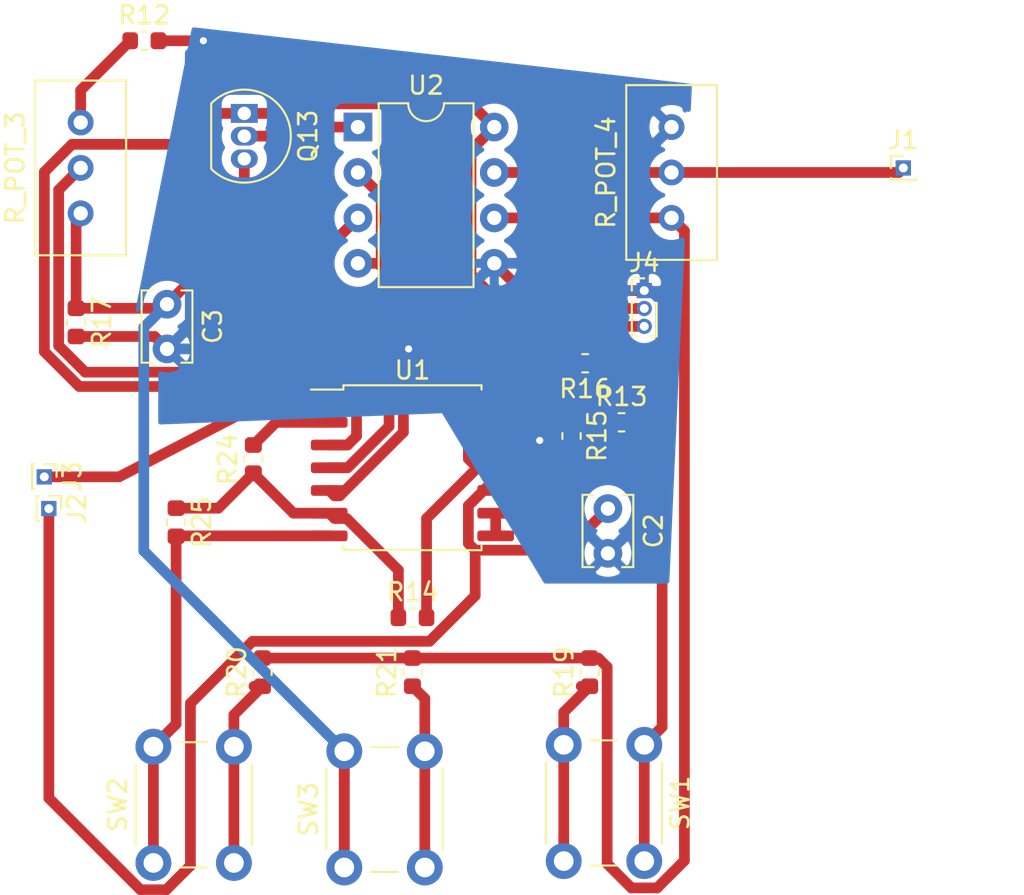
<source format=kicad_pcb>
(kicad_pcb (version 20171130) (host pcbnew "(5.1.5)-3")

  (general
    (thickness 1.6)
    (drawings 0)
    (tracks 179)
    (zones 0)
    (modules 25)
    (nets 21)
  )

  (page A4)
  (layers
    (0 F.Cu signal)
    (31 B.Cu signal)
    (32 B.Adhes user)
    (33 F.Adhes user)
    (34 B.Paste user)
    (35 F.Paste user)
    (36 B.SilkS user)
    (37 F.SilkS user)
    (38 B.Mask user)
    (39 F.Mask user)
    (40 Dwgs.User user)
    (41 Cmts.User user)
    (42 Eco1.User user)
    (43 Eco2.User user)
    (44 Edge.Cuts user)
    (45 Margin user)
    (46 B.CrtYd user)
    (47 F.CrtYd user)
    (48 B.Fab user)
    (49 F.Fab user)
  )

  (setup
    (last_trace_width 0.25)
    (user_trace_width 0.6)
    (trace_clearance 0.2)
    (zone_clearance 0.508)
    (zone_45_only no)
    (trace_min 0.2)
    (via_size 0.8)
    (via_drill 0.4)
    (via_min_size 0.4)
    (via_min_drill 0.3)
    (uvia_size 0.3)
    (uvia_drill 0.1)
    (uvias_allowed no)
    (uvia_min_size 0.2)
    (uvia_min_drill 0.1)
    (edge_width 0.05)
    (segment_width 0.2)
    (pcb_text_width 0.3)
    (pcb_text_size 1.5 1.5)
    (mod_edge_width 0.12)
    (mod_text_size 1 1)
    (mod_text_width 0.15)
    (pad_size 1.524 1.524)
    (pad_drill 0.762)
    (pad_to_mask_clearance 0.051)
    (solder_mask_min_width 0.25)
    (aux_axis_origin 0 0)
    (visible_elements 7FFFFFFF)
    (pcbplotparams
      (layerselection 0x010fc_ffffffff)
      (usegerberextensions false)
      (usegerberattributes false)
      (usegerberadvancedattributes false)
      (creategerberjobfile false)
      (excludeedgelayer true)
      (linewidth 0.100000)
      (plotframeref false)
      (viasonmask false)
      (mode 1)
      (useauxorigin false)
      (hpglpennumber 1)
      (hpglpenspeed 20)
      (hpglpendiameter 15.000000)
      (psnegative false)
      (psa4output false)
      (plotreference true)
      (plotvalue true)
      (plotinvisibletext false)
      (padsonsilk false)
      (subtractmaskfromsilk false)
      (outputformat 1)
      (mirror false)
      (drillshape 1)
      (scaleselection 1)
      (outputdirectory ""))
  )

  (net 0 "")
  (net 1 GND)
  (net 2 "Net-(C2-Pad1)")
  (net 3 "Net-(C3-Pad1)")
  (net 4 Vout)
  (net 5 "Net-(J3-Pad1)")
  (net 6 -5V)
  (net 7 +15V)
  (net 8 "Net-(Q13-Pad2)")
  (net 9 "Net-(R12-Pad1)")
  (net 10 "Net-(R13-Pad2)")
  (net 11 "Net-(R13-Pad1)")
  (net 12 "Net-(R14-Pad1)")
  (net 13 "Net-(R16-Pad2)")
  (net 14 "Net-(R19-Pad2)")
  (net 15 "Net-(R19-Pad1)")
  (net 16 "Net-(R20-Pad1)")
  (net 17 "Net-(R21-Pad1)")
  (net 18 "Net-(R24-Pad2)")
  (net 19 "Net-(R25-Pad2)")
  (net 20 "Net-(R_POT_3-Pad2)")

  (net_class Default "This is the default net class."
    (clearance 0.2)
    (trace_width 0.25)
    (via_dia 0.8)
    (via_drill 0.4)
    (uvia_dia 0.3)
    (uvia_drill 0.1)
    (add_net +15V)
    (add_net -5V)
    (add_net GND)
    (add_net "Net-(C2-Pad1)")
    (add_net "Net-(C3-Pad1)")
    (add_net "Net-(J3-Pad1)")
    (add_net "Net-(Q13-Pad2)")
    (add_net "Net-(R12-Pad1)")
    (add_net "Net-(R13-Pad1)")
    (add_net "Net-(R13-Pad2)")
    (add_net "Net-(R14-Pad1)")
    (add_net "Net-(R16-Pad2)")
    (add_net "Net-(R19-Pad1)")
    (add_net "Net-(R19-Pad2)")
    (add_net "Net-(R20-Pad1)")
    (add_net "Net-(R21-Pad1)")
    (add_net "Net-(R24-Pad2)")
    (add_net "Net-(R25-Pad2)")
    (add_net "Net-(R_POT_3-Pad2)")
    (add_net Vout)
  )

  (module Package_DIP:DIP-8_W7.62mm (layer F.Cu) (tedit 5A02E8C5) (tstamp 5F0993C5)
    (at 144.526 89.408)
    (descr "8-lead though-hole mounted DIP package, row spacing 7.62 mm (300 mils)")
    (tags "THT DIP DIL PDIP 2.54mm 7.62mm 300mil")
    (path /5F20A70E)
    (fp_text reference U2 (at 3.81 -2.33) (layer F.SilkS)
      (effects (font (size 1 1) (thickness 0.15)))
    )
    (fp_text value TL082 (at 3.81 9.95) (layer F.Fab)
      (effects (font (size 1 1) (thickness 0.15)))
    )
    (fp_arc (start 3.81 -1.33) (end 2.81 -1.33) (angle -180) (layer F.SilkS) (width 0.12))
    (fp_line (start 1.635 -1.27) (end 6.985 -1.27) (layer F.Fab) (width 0.1))
    (fp_line (start 6.985 -1.27) (end 6.985 8.89) (layer F.Fab) (width 0.1))
    (fp_line (start 6.985 8.89) (end 0.635 8.89) (layer F.Fab) (width 0.1))
    (fp_line (start 0.635 8.89) (end 0.635 -0.27) (layer F.Fab) (width 0.1))
    (fp_line (start 0.635 -0.27) (end 1.635 -1.27) (layer F.Fab) (width 0.1))
    (fp_line (start 2.81 -1.33) (end 1.16 -1.33) (layer F.SilkS) (width 0.12))
    (fp_line (start 1.16 -1.33) (end 1.16 8.95) (layer F.SilkS) (width 0.12))
    (fp_line (start 1.16 8.95) (end 6.46 8.95) (layer F.SilkS) (width 0.12))
    (fp_line (start 6.46 8.95) (end 6.46 -1.33) (layer F.SilkS) (width 0.12))
    (fp_line (start 6.46 -1.33) (end 4.81 -1.33) (layer F.SilkS) (width 0.12))
    (fp_line (start -1.1 -1.55) (end -1.1 9.15) (layer F.CrtYd) (width 0.05))
    (fp_line (start -1.1 9.15) (end 8.7 9.15) (layer F.CrtYd) (width 0.05))
    (fp_line (start 8.7 9.15) (end 8.7 -1.55) (layer F.CrtYd) (width 0.05))
    (fp_line (start 8.7 -1.55) (end -1.1 -1.55) (layer F.CrtYd) (width 0.05))
    (fp_text user %R (at 3.81 3.81) (layer F.Fab)
      (effects (font (size 1 1) (thickness 0.15)))
    )
    (pad 1 thru_hole rect (at 0 0) (size 1.6 1.6) (drill 0.8) (layers *.Cu *.Mask)
      (net 8 "Net-(Q13-Pad2)"))
    (pad 5 thru_hole oval (at 7.62 7.62) (size 1.6 1.6) (drill 0.8) (layers *.Cu *.Mask)
      (net 1 GND))
    (pad 2 thru_hole oval (at 0 2.54) (size 1.6 1.6) (drill 0.8) (layers *.Cu *.Mask)
      (net 6 -5V))
    (pad 6 thru_hole oval (at 7.62 5.08) (size 1.6 1.6) (drill 0.8) (layers *.Cu *.Mask)
      (net 14 "Net-(R19-Pad2)"))
    (pad 3 thru_hole oval (at 0 5.08) (size 1.6 1.6) (drill 0.8) (layers *.Cu *.Mask)
      (net 20 "Net-(R_POT_3-Pad2)"))
    (pad 7 thru_hole oval (at 7.62 2.54) (size 1.6 1.6) (drill 0.8) (layers *.Cu *.Mask)
      (net 4 Vout))
    (pad 4 thru_hole oval (at 0 7.62) (size 1.6 1.6) (drill 0.8) (layers *.Cu *.Mask)
      (net 6 -5V))
    (pad 8 thru_hole oval (at 7.62 0) (size 1.6 1.6) (drill 0.8) (layers *.Cu *.Mask)
      (net 7 +15V))
    (model ${KISYS3DMOD}/Package_DIP.3dshapes/DIP-8_W7.62mm.wrl
      (at (xyz 0 0 0))
      (scale (xyz 1 1 1))
      (rotate (xyz 0 0 0))
    )
  )

  (module Package_SO:SOIC-14W_7.5x9mm_P1.27mm (layer F.Cu) (tedit 5D9F72B1) (tstamp 5F0993A9)
    (at 147.574 108.458)
    (descr "SOIC, 14 Pin (JEDEC MS-013AF, https://www.analog.com/media/en/package-pcb-resources/package/54614177245586rw_14.pdf), generated with kicad-footprint-generator ipc_gullwing_generator.py")
    (tags "SOIC SO")
    (path /5F56B00B)
    (attr smd)
    (fp_text reference U1 (at 0 -5.45) (layer F.SilkS)
      (effects (font (size 1 1) (thickness 0.15)))
    )
    (fp_text value TL084 (at 0 5.45) (layer F.Fab)
      (effects (font (size 1 1) (thickness 0.15)))
    )
    (fp_line (start 0 4.61) (end 3.86 4.61) (layer F.SilkS) (width 0.12))
    (fp_line (start 3.86 4.61) (end 3.86 4.37) (layer F.SilkS) (width 0.12))
    (fp_line (start 0 4.61) (end -3.86 4.61) (layer F.SilkS) (width 0.12))
    (fp_line (start -3.86 4.61) (end -3.86 4.37) (layer F.SilkS) (width 0.12))
    (fp_line (start 0 -4.61) (end 3.86 -4.61) (layer F.SilkS) (width 0.12))
    (fp_line (start 3.86 -4.61) (end 3.86 -4.37) (layer F.SilkS) (width 0.12))
    (fp_line (start 0 -4.61) (end -3.86 -4.61) (layer F.SilkS) (width 0.12))
    (fp_line (start -3.86 -4.61) (end -3.86 -4.37) (layer F.SilkS) (width 0.12))
    (fp_line (start -3.86 -4.37) (end -5.675 -4.37) (layer F.SilkS) (width 0.12))
    (fp_line (start -2.75 -4.5) (end 3.75 -4.5) (layer F.Fab) (width 0.1))
    (fp_line (start 3.75 -4.5) (end 3.75 4.5) (layer F.Fab) (width 0.1))
    (fp_line (start 3.75 4.5) (end -3.75 4.5) (layer F.Fab) (width 0.1))
    (fp_line (start -3.75 4.5) (end -3.75 -3.5) (layer F.Fab) (width 0.1))
    (fp_line (start -3.75 -3.5) (end -2.75 -4.5) (layer F.Fab) (width 0.1))
    (fp_line (start -5.93 -4.75) (end -5.93 4.75) (layer F.CrtYd) (width 0.05))
    (fp_line (start -5.93 4.75) (end 5.93 4.75) (layer F.CrtYd) (width 0.05))
    (fp_line (start 5.93 4.75) (end 5.93 -4.75) (layer F.CrtYd) (width 0.05))
    (fp_line (start 5.93 -4.75) (end -5.93 -4.75) (layer F.CrtYd) (width 0.05))
    (fp_text user %R (at 0 0) (layer F.Fab)
      (effects (font (size 1 1) (thickness 0.15)))
    )
    (pad 1 smd roundrect (at -4.65 -3.81) (size 2.05 0.6) (layers F.Cu F.Paste F.Mask) (roundrect_rratio 0.25)
      (net 18 "Net-(R24-Pad2)"))
    (pad 2 smd roundrect (at -4.65 -2.54) (size 2.05 0.6) (layers F.Cu F.Paste F.Mask) (roundrect_rratio 0.25)
      (net 18 "Net-(R24-Pad2)"))
    (pad 3 smd roundrect (at -4.65 -1.27) (size 2.05 0.6) (layers F.Cu F.Paste F.Mask) (roundrect_rratio 0.25)
      (net 5 "Net-(J3-Pad1)"))
    (pad 4 smd roundrect (at -4.65 0) (size 2.05 0.6) (layers F.Cu F.Paste F.Mask) (roundrect_rratio 0.25)
      (net 7 +15V))
    (pad 5 smd roundrect (at -4.65 1.27) (size 2.05 0.6) (layers F.Cu F.Paste F.Mask) (roundrect_rratio 0.25)
      (net 1 GND))
    (pad 6 smd roundrect (at -4.65 2.54) (size 2.05 0.6) (layers F.Cu F.Paste F.Mask) (roundrect_rratio 0.25)
      (net 12 "Net-(R14-Pad1)"))
    (pad 7 smd roundrect (at -4.65 3.81) (size 2.05 0.6) (layers F.Cu F.Paste F.Mask) (roundrect_rratio 0.25)
      (net 19 "Net-(R25-Pad2)"))
    (pad 8 smd roundrect (at 4.65 3.81) (size 2.05 0.6) (layers F.Cu F.Paste F.Mask) (roundrect_rratio 0.25)
      (net 10 "Net-(R13-Pad2)"))
    (pad 9 smd roundrect (at 4.65 2.54) (size 2.05 0.6) (layers F.Cu F.Paste F.Mask) (roundrect_rratio 0.25)
      (net 10 "Net-(R13-Pad2)"))
    (pad 10 smd roundrect (at 4.65 1.27) (size 2.05 0.6) (layers F.Cu F.Paste F.Mask) (roundrect_rratio 0.25)
      (net 2 "Net-(C2-Pad1)"))
    (pad 11 smd roundrect (at 4.65 0) (size 2.05 0.6) (layers F.Cu F.Paste F.Mask) (roundrect_rratio 0.25)
      (net 6 -5V))
    (pad 12 smd roundrect (at 4.65 -1.27) (size 2.05 0.6) (layers F.Cu F.Paste F.Mask) (roundrect_rratio 0.25)
      (net 1 GND))
    (pad 13 smd roundrect (at 4.65 -2.54) (size 2.05 0.6) (layers F.Cu F.Paste F.Mask) (roundrect_rratio 0.25)
      (net 11 "Net-(R13-Pad1)"))
    (pad 14 smd roundrect (at 4.65 -3.81) (size 2.05 0.6) (layers F.Cu F.Paste F.Mask) (roundrect_rratio 0.25)
      (net 13 "Net-(R16-Pad2)"))
    (model ${KISYS3DMOD}/Package_SO.3dshapes/SOIC-14W_7.5x9mm_P1.27mm.wrl
      (at (xyz 0 0 0))
      (scale (xyz 1 1 1))
      (rotate (xyz 0 0 0))
    )
  )

  (module Button_Switch_THT:SW_PUSH_6mm (layer F.Cu) (tedit 5A02FE31) (tstamp 5F098465)
    (at 143.764 130.81 90)
    (descr https://www.omron.com/ecb/products/pdf/en-b3f.pdf)
    (tags "tact sw push 6mm")
    (path /5EFB9B50)
    (fp_text reference SW3 (at 3.25 -2 90) (layer F.SilkS)
      (effects (font (size 1 1) (thickness 0.15)))
    )
    (fp_text value SW_DIP_x01 (at 3.75 6.7 90) (layer F.Fab)
      (effects (font (size 1 1) (thickness 0.15)))
    )
    (fp_circle (center 3.25 2.25) (end 1.25 2.5) (layer F.Fab) (width 0.1))
    (fp_line (start 6.75 3) (end 6.75 1.5) (layer F.SilkS) (width 0.12))
    (fp_line (start 5.5 -1) (end 1 -1) (layer F.SilkS) (width 0.12))
    (fp_line (start -0.25 1.5) (end -0.25 3) (layer F.SilkS) (width 0.12))
    (fp_line (start 1 5.5) (end 5.5 5.5) (layer F.SilkS) (width 0.12))
    (fp_line (start 8 -1.25) (end 8 5.75) (layer F.CrtYd) (width 0.05))
    (fp_line (start 7.75 6) (end -1.25 6) (layer F.CrtYd) (width 0.05))
    (fp_line (start -1.5 5.75) (end -1.5 -1.25) (layer F.CrtYd) (width 0.05))
    (fp_line (start -1.25 -1.5) (end 7.75 -1.5) (layer F.CrtYd) (width 0.05))
    (fp_line (start -1.5 6) (end -1.25 6) (layer F.CrtYd) (width 0.05))
    (fp_line (start -1.5 5.75) (end -1.5 6) (layer F.CrtYd) (width 0.05))
    (fp_line (start -1.5 -1.5) (end -1.25 -1.5) (layer F.CrtYd) (width 0.05))
    (fp_line (start -1.5 -1.25) (end -1.5 -1.5) (layer F.CrtYd) (width 0.05))
    (fp_line (start 8 -1.5) (end 8 -1.25) (layer F.CrtYd) (width 0.05))
    (fp_line (start 7.75 -1.5) (end 8 -1.5) (layer F.CrtYd) (width 0.05))
    (fp_line (start 8 6) (end 8 5.75) (layer F.CrtYd) (width 0.05))
    (fp_line (start 7.75 6) (end 8 6) (layer F.CrtYd) (width 0.05))
    (fp_line (start 0.25 -0.75) (end 3.25 -0.75) (layer F.Fab) (width 0.1))
    (fp_line (start 0.25 5.25) (end 0.25 -0.75) (layer F.Fab) (width 0.1))
    (fp_line (start 6.25 5.25) (end 0.25 5.25) (layer F.Fab) (width 0.1))
    (fp_line (start 6.25 -0.75) (end 6.25 5.25) (layer F.Fab) (width 0.1))
    (fp_line (start 3.25 -0.75) (end 6.25 -0.75) (layer F.Fab) (width 0.1))
    (fp_text user %R (at 3.25 2.25 90) (layer F.Fab)
      (effects (font (size 1 1) (thickness 0.15)))
    )
    (pad 1 thru_hole circle (at 6.5 0 180) (size 2 2) (drill 1.1) (layers *.Cu *.Mask)
      (net 3 "Net-(C3-Pad1)"))
    (pad 2 thru_hole circle (at 6.5 4.5 180) (size 2 2) (drill 1.1) (layers *.Cu *.Mask)
      (net 17 "Net-(R21-Pad1)"))
    (pad 1 thru_hole circle (at 0 0 180) (size 2 2) (drill 1.1) (layers *.Cu *.Mask)
      (net 3 "Net-(C3-Pad1)"))
    (pad 2 thru_hole circle (at 0 4.5 180) (size 2 2) (drill 1.1) (layers *.Cu *.Mask)
      (net 17 "Net-(R21-Pad1)"))
    (model ${KISYS3DMOD}/Button_Switch_THT.3dshapes/SW_PUSH_6mm.wrl
      (at (xyz 0 0 0))
      (scale (xyz 1 1 1))
      (rotate (xyz 0 0 0))
    )
  )

  (module Button_Switch_THT:SW_PUSH_6mm (layer F.Cu) (tedit 5A02FE31) (tstamp 5F09740A)
    (at 133.096 130.556 90)
    (descr https://www.omron.com/ecb/products/pdf/en-b3f.pdf)
    (tags "tact sw push 6mm")
    (path /5EFB61C5)
    (fp_text reference SW2 (at 3.25 -2 90) (layer F.SilkS)
      (effects (font (size 1 1) (thickness 0.15)))
    )
    (fp_text value SW_DIP_x01 (at 3.75 6.7 90) (layer F.Fab)
      (effects (font (size 1 1) (thickness 0.15)))
    )
    (fp_circle (center 3.25 2.25) (end 1.25 2.5) (layer F.Fab) (width 0.1))
    (fp_line (start 6.75 3) (end 6.75 1.5) (layer F.SilkS) (width 0.12))
    (fp_line (start 5.5 -1) (end 1 -1) (layer F.SilkS) (width 0.12))
    (fp_line (start -0.25 1.5) (end -0.25 3) (layer F.SilkS) (width 0.12))
    (fp_line (start 1 5.5) (end 5.5 5.5) (layer F.SilkS) (width 0.12))
    (fp_line (start 8 -1.25) (end 8 5.75) (layer F.CrtYd) (width 0.05))
    (fp_line (start 7.75 6) (end -1.25 6) (layer F.CrtYd) (width 0.05))
    (fp_line (start -1.5 5.75) (end -1.5 -1.25) (layer F.CrtYd) (width 0.05))
    (fp_line (start -1.25 -1.5) (end 7.75 -1.5) (layer F.CrtYd) (width 0.05))
    (fp_line (start -1.5 6) (end -1.25 6) (layer F.CrtYd) (width 0.05))
    (fp_line (start -1.5 5.75) (end -1.5 6) (layer F.CrtYd) (width 0.05))
    (fp_line (start -1.5 -1.5) (end -1.25 -1.5) (layer F.CrtYd) (width 0.05))
    (fp_line (start -1.5 -1.25) (end -1.5 -1.5) (layer F.CrtYd) (width 0.05))
    (fp_line (start 8 -1.5) (end 8 -1.25) (layer F.CrtYd) (width 0.05))
    (fp_line (start 7.75 -1.5) (end 8 -1.5) (layer F.CrtYd) (width 0.05))
    (fp_line (start 8 6) (end 8 5.75) (layer F.CrtYd) (width 0.05))
    (fp_line (start 7.75 6) (end 8 6) (layer F.CrtYd) (width 0.05))
    (fp_line (start 0.25 -0.75) (end 3.25 -0.75) (layer F.Fab) (width 0.1))
    (fp_line (start 0.25 5.25) (end 0.25 -0.75) (layer F.Fab) (width 0.1))
    (fp_line (start 6.25 5.25) (end 0.25 5.25) (layer F.Fab) (width 0.1))
    (fp_line (start 6.25 -0.75) (end 6.25 5.25) (layer F.Fab) (width 0.1))
    (fp_line (start 3.25 -0.75) (end 6.25 -0.75) (layer F.Fab) (width 0.1))
    (fp_text user %R (at 3.25 2.25 90) (layer F.Fab)
      (effects (font (size 1 1) (thickness 0.15)))
    )
    (pad 1 thru_hole circle (at 6.5 0 180) (size 2 2) (drill 1.1) (layers *.Cu *.Mask)
      (net 19 "Net-(R25-Pad2)"))
    (pad 2 thru_hole circle (at 6.5 4.5 180) (size 2 2) (drill 1.1) (layers *.Cu *.Mask)
      (net 16 "Net-(R20-Pad1)"))
    (pad 1 thru_hole circle (at 0 0 180) (size 2 2) (drill 1.1) (layers *.Cu *.Mask)
      (net 19 "Net-(R25-Pad2)"))
    (pad 2 thru_hole circle (at 0 4.5 180) (size 2 2) (drill 1.1) (layers *.Cu *.Mask)
      (net 16 "Net-(R20-Pad1)"))
    (model ${KISYS3DMOD}/Button_Switch_THT.3dshapes/SW_PUSH_6mm.wrl
      (at (xyz 0 0 0))
      (scale (xyz 1 1 1))
      (rotate (xyz 0 0 0))
    )
  )

  (module Button_Switch_THT:SW_PUSH_6mm (layer F.Cu) (tedit 5A02FE31) (tstamp 5F0973EB)
    (at 160.528 123.952 270)
    (descr https://www.omron.com/ecb/products/pdf/en-b3f.pdf)
    (tags "tact sw push 6mm")
    (path /5EFB3B64)
    (fp_text reference SW1 (at 3.25 -2 90) (layer F.SilkS)
      (effects (font (size 1 1) (thickness 0.15)))
    )
    (fp_text value SW_DIP_x01 (at 3.75 6.7 90) (layer F.Fab)
      (effects (font (size 1 1) (thickness 0.15)))
    )
    (fp_circle (center 3.25 2.25) (end 1.25 2.5) (layer F.Fab) (width 0.1))
    (fp_line (start 6.75 3) (end 6.75 1.5) (layer F.SilkS) (width 0.12))
    (fp_line (start 5.5 -1) (end 1 -1) (layer F.SilkS) (width 0.12))
    (fp_line (start -0.25 1.5) (end -0.25 3) (layer F.SilkS) (width 0.12))
    (fp_line (start 1 5.5) (end 5.5 5.5) (layer F.SilkS) (width 0.12))
    (fp_line (start 8 -1.25) (end 8 5.75) (layer F.CrtYd) (width 0.05))
    (fp_line (start 7.75 6) (end -1.25 6) (layer F.CrtYd) (width 0.05))
    (fp_line (start -1.5 5.75) (end -1.5 -1.25) (layer F.CrtYd) (width 0.05))
    (fp_line (start -1.25 -1.5) (end 7.75 -1.5) (layer F.CrtYd) (width 0.05))
    (fp_line (start -1.5 6) (end -1.25 6) (layer F.CrtYd) (width 0.05))
    (fp_line (start -1.5 5.75) (end -1.5 6) (layer F.CrtYd) (width 0.05))
    (fp_line (start -1.5 -1.5) (end -1.25 -1.5) (layer F.CrtYd) (width 0.05))
    (fp_line (start -1.5 -1.25) (end -1.5 -1.5) (layer F.CrtYd) (width 0.05))
    (fp_line (start 8 -1.5) (end 8 -1.25) (layer F.CrtYd) (width 0.05))
    (fp_line (start 7.75 -1.5) (end 8 -1.5) (layer F.CrtYd) (width 0.05))
    (fp_line (start 8 6) (end 8 5.75) (layer F.CrtYd) (width 0.05))
    (fp_line (start 7.75 6) (end 8 6) (layer F.CrtYd) (width 0.05))
    (fp_line (start 0.25 -0.75) (end 3.25 -0.75) (layer F.Fab) (width 0.1))
    (fp_line (start 0.25 5.25) (end 0.25 -0.75) (layer F.Fab) (width 0.1))
    (fp_line (start 6.25 5.25) (end 0.25 5.25) (layer F.Fab) (width 0.1))
    (fp_line (start 6.25 -0.75) (end 6.25 5.25) (layer F.Fab) (width 0.1))
    (fp_line (start 3.25 -0.75) (end 6.25 -0.75) (layer F.Fab) (width 0.1))
    (fp_text user %R (at 3.25 2.25 90) (layer F.Fab)
      (effects (font (size 1 1) (thickness 0.15)))
    )
    (pad 1 thru_hole circle (at 6.5 0) (size 2 2) (drill 1.1) (layers *.Cu *.Mask)
      (net 13 "Net-(R16-Pad2)"))
    (pad 2 thru_hole circle (at 6.5 4.5) (size 2 2) (drill 1.1) (layers *.Cu *.Mask)
      (net 15 "Net-(R19-Pad1)"))
    (pad 1 thru_hole circle (at 0 0) (size 2 2) (drill 1.1) (layers *.Cu *.Mask)
      (net 13 "Net-(R16-Pad2)"))
    (pad 2 thru_hole circle (at 0 4.5) (size 2 2) (drill 1.1) (layers *.Cu *.Mask)
      (net 15 "Net-(R19-Pad1)"))
    (model ${KISYS3DMOD}/Button_Switch_THT.3dshapes/SW_PUSH_6mm.wrl
      (at (xyz 0 0 0))
      (scale (xyz 1 1 1))
      (rotate (xyz 0 0 0))
    )
  )

  (module Potentiometer_THT:Potentiometer_Bourns_3296W_Vertical (layer F.Cu) (tedit 5A3D4994) (tstamp 5F0973CC)
    (at 162.052 89.408 90)
    (descr "Potentiometer, vertical, Bourns 3296W, https://www.bourns.com/pdfs/3296.pdf")
    (tags "Potentiometer vertical Bourns 3296W")
    (path /5F0BDF63)
    (fp_text reference R_POT_4 (at -2.54 -3.66 90) (layer F.SilkS)
      (effects (font (size 1 1) (thickness 0.15)))
    )
    (fp_text value 20K (at -2.54 3.67 90) (layer F.Fab)
      (effects (font (size 1 1) (thickness 0.15)))
    )
    (fp_text user %R (at -3.175 0.005 90) (layer F.Fab)
      (effects (font (size 1 1) (thickness 0.15)))
    )
    (fp_line (start 2.5 -2.7) (end -7.6 -2.7) (layer F.CrtYd) (width 0.05))
    (fp_line (start 2.5 2.7) (end 2.5 -2.7) (layer F.CrtYd) (width 0.05))
    (fp_line (start -7.6 2.7) (end 2.5 2.7) (layer F.CrtYd) (width 0.05))
    (fp_line (start -7.6 -2.7) (end -7.6 2.7) (layer F.CrtYd) (width 0.05))
    (fp_line (start 2.345 -2.53) (end 2.345 2.54) (layer F.SilkS) (width 0.12))
    (fp_line (start -7.425 -2.53) (end -7.425 2.54) (layer F.SilkS) (width 0.12))
    (fp_line (start -7.425 2.54) (end 2.345 2.54) (layer F.SilkS) (width 0.12))
    (fp_line (start -7.425 -2.53) (end 2.345 -2.53) (layer F.SilkS) (width 0.12))
    (fp_line (start 0.955 2.235) (end 0.956 0.066) (layer F.Fab) (width 0.1))
    (fp_line (start 0.955 2.235) (end 0.956 0.066) (layer F.Fab) (width 0.1))
    (fp_line (start 2.225 -2.41) (end -7.305 -2.41) (layer F.Fab) (width 0.1))
    (fp_line (start 2.225 2.42) (end 2.225 -2.41) (layer F.Fab) (width 0.1))
    (fp_line (start -7.305 2.42) (end 2.225 2.42) (layer F.Fab) (width 0.1))
    (fp_line (start -7.305 -2.41) (end -7.305 2.42) (layer F.Fab) (width 0.1))
    (fp_circle (center 0.955 1.15) (end 2.05 1.15) (layer F.Fab) (width 0.1))
    (pad 3 thru_hole circle (at -5.08 0 90) (size 1.44 1.44) (drill 0.8) (layers *.Cu *.Mask)
      (net 14 "Net-(R19-Pad2)"))
    (pad 2 thru_hole circle (at -2.54 0 90) (size 1.44 1.44) (drill 0.8) (layers *.Cu *.Mask)
      (net 4 Vout))
    (pad 1 thru_hole circle (at 0 0 90) (size 1.44 1.44) (drill 0.8) (layers *.Cu *.Mask)
      (net 1 GND))
    (model ${KISYS3DMOD}/Potentiometer_THT.3dshapes/Potentiometer_Bourns_3296W_Vertical.wrl
      (at (xyz 0 0 0))
      (scale (xyz 1 1 1))
      (rotate (xyz 0 0 0))
    )
  )

  (module Potentiometer_THT:Potentiometer_Bourns_3296W_Vertical (layer F.Cu) (tedit 5A3D4994) (tstamp 5F098294)
    (at 129.032 89.154 90)
    (descr "Potentiometer, vertical, Bourns 3296W, https://www.bourns.com/pdfs/3296.pdf")
    (tags "Potentiometer vertical Bourns 3296W")
    (path /5F20A6F3)
    (fp_text reference R_POT_3 (at -2.54 -3.66 90) (layer F.SilkS)
      (effects (font (size 1 1) (thickness 0.15)))
    )
    (fp_text value 200K (at -2.54 3.67 90) (layer F.Fab)
      (effects (font (size 1 1) (thickness 0.15)))
    )
    (fp_text user %R (at -3.175 0.005 90) (layer F.Fab)
      (effects (font (size 1 1) (thickness 0.15)))
    )
    (fp_line (start 2.5 -2.7) (end -7.6 -2.7) (layer F.CrtYd) (width 0.05))
    (fp_line (start 2.5 2.7) (end 2.5 -2.7) (layer F.CrtYd) (width 0.05))
    (fp_line (start -7.6 2.7) (end 2.5 2.7) (layer F.CrtYd) (width 0.05))
    (fp_line (start -7.6 -2.7) (end -7.6 2.7) (layer F.CrtYd) (width 0.05))
    (fp_line (start 2.345 -2.53) (end 2.345 2.54) (layer F.SilkS) (width 0.12))
    (fp_line (start -7.425 -2.53) (end -7.425 2.54) (layer F.SilkS) (width 0.12))
    (fp_line (start -7.425 2.54) (end 2.345 2.54) (layer F.SilkS) (width 0.12))
    (fp_line (start -7.425 -2.53) (end 2.345 -2.53) (layer F.SilkS) (width 0.12))
    (fp_line (start 0.955 2.235) (end 0.956 0.066) (layer F.Fab) (width 0.1))
    (fp_line (start 0.955 2.235) (end 0.956 0.066) (layer F.Fab) (width 0.1))
    (fp_line (start 2.225 -2.41) (end -7.305 -2.41) (layer F.Fab) (width 0.1))
    (fp_line (start 2.225 2.42) (end 2.225 -2.41) (layer F.Fab) (width 0.1))
    (fp_line (start -7.305 2.42) (end 2.225 2.42) (layer F.Fab) (width 0.1))
    (fp_line (start -7.305 -2.41) (end -7.305 2.42) (layer F.Fab) (width 0.1))
    (fp_circle (center 0.955 1.15) (end 2.05 1.15) (layer F.Fab) (width 0.1))
    (pad 3 thru_hole circle (at -5.08 0 90) (size 1.44 1.44) (drill 0.8) (layers *.Cu *.Mask)
      (net 3 "Net-(C3-Pad1)"))
    (pad 2 thru_hole circle (at -2.54 0 90) (size 1.44 1.44) (drill 0.8) (layers *.Cu *.Mask)
      (net 20 "Net-(R_POT_3-Pad2)"))
    (pad 1 thru_hole circle (at 0 0 90) (size 1.44 1.44) (drill 0.8) (layers *.Cu *.Mask)
      (net 9 "Net-(R12-Pad1)"))
    (model ${KISYS3DMOD}/Potentiometer_THT.3dshapes/Potentiometer_Bourns_3296W_Vertical.wrl
      (at (xyz 0 0 0))
      (scale (xyz 1 1 1))
      (rotate (xyz 0 0 0))
    )
  )

  (module Resistor_SMD:R_0603_1608Metric (layer F.Cu) (tedit 5B301BBD) (tstamp 5F09739E)
    (at 134.366 111.506 270)
    (descr "Resistor SMD 0603 (1608 Metric), square (rectangular) end terminal, IPC_7351 nominal, (Body size source: http://www.tortai-tech.com/upload/download/2011102023233369053.pdf), generated with kicad-footprint-generator")
    (tags resistor)
    (path /5F20A6F0)
    (attr smd)
    (fp_text reference R25 (at 0 -1.43 90) (layer F.SilkS)
      (effects (font (size 1 1) (thickness 0.15)))
    )
    (fp_text value 10k (at 0 1.43 90) (layer F.Fab)
      (effects (font (size 1 1) (thickness 0.15)))
    )
    (fp_text user %R (at 0 0 90) (layer F.Fab)
      (effects (font (size 0.4 0.4) (thickness 0.06)))
    )
    (fp_line (start 1.48 0.73) (end -1.48 0.73) (layer F.CrtYd) (width 0.05))
    (fp_line (start 1.48 -0.73) (end 1.48 0.73) (layer F.CrtYd) (width 0.05))
    (fp_line (start -1.48 -0.73) (end 1.48 -0.73) (layer F.CrtYd) (width 0.05))
    (fp_line (start -1.48 0.73) (end -1.48 -0.73) (layer F.CrtYd) (width 0.05))
    (fp_line (start -0.162779 0.51) (end 0.162779 0.51) (layer F.SilkS) (width 0.12))
    (fp_line (start -0.162779 -0.51) (end 0.162779 -0.51) (layer F.SilkS) (width 0.12))
    (fp_line (start 0.8 0.4) (end -0.8 0.4) (layer F.Fab) (width 0.1))
    (fp_line (start 0.8 -0.4) (end 0.8 0.4) (layer F.Fab) (width 0.1))
    (fp_line (start -0.8 -0.4) (end 0.8 -0.4) (layer F.Fab) (width 0.1))
    (fp_line (start -0.8 0.4) (end -0.8 -0.4) (layer F.Fab) (width 0.1))
    (pad 2 smd roundrect (at 0.7875 0 270) (size 0.875 0.95) (layers F.Cu F.Paste F.Mask) (roundrect_rratio 0.25)
      (net 19 "Net-(R25-Pad2)"))
    (pad 1 smd roundrect (at -0.7875 0 270) (size 0.875 0.95) (layers F.Cu F.Paste F.Mask) (roundrect_rratio 0.25)
      (net 12 "Net-(R14-Pad1)"))
    (model ${KISYS3DMOD}/Resistor_SMD.3dshapes/R_0603_1608Metric.wrl
      (at (xyz 0 0 0))
      (scale (xyz 1 1 1))
      (rotate (xyz 0 0 0))
    )
  )

  (module Resistor_SMD:R_0603_1608Metric (layer F.Cu) (tedit 5B301BBD) (tstamp 5F09738D)
    (at 138.684 107.9755 90)
    (descr "Resistor SMD 0603 (1608 Metric), square (rectangular) end terminal, IPC_7351 nominal, (Body size source: http://www.tortai-tech.com/upload/download/2011102023233369053.pdf), generated with kicad-footprint-generator")
    (tags resistor)
    (path /5F20A6EE)
    (attr smd)
    (fp_text reference R24 (at 0 -1.43 90) (layer F.SilkS)
      (effects (font (size 1 1) (thickness 0.15)))
    )
    (fp_text value 10k (at 0 1.43 90) (layer F.Fab)
      (effects (font (size 1 1) (thickness 0.15)))
    )
    (fp_text user %R (at 0 0 90) (layer F.Fab)
      (effects (font (size 0.4 0.4) (thickness 0.06)))
    )
    (fp_line (start 1.48 0.73) (end -1.48 0.73) (layer F.CrtYd) (width 0.05))
    (fp_line (start 1.48 -0.73) (end 1.48 0.73) (layer F.CrtYd) (width 0.05))
    (fp_line (start -1.48 -0.73) (end 1.48 -0.73) (layer F.CrtYd) (width 0.05))
    (fp_line (start -1.48 0.73) (end -1.48 -0.73) (layer F.CrtYd) (width 0.05))
    (fp_line (start -0.162779 0.51) (end 0.162779 0.51) (layer F.SilkS) (width 0.12))
    (fp_line (start -0.162779 -0.51) (end 0.162779 -0.51) (layer F.SilkS) (width 0.12))
    (fp_line (start 0.8 0.4) (end -0.8 0.4) (layer F.Fab) (width 0.1))
    (fp_line (start 0.8 -0.4) (end 0.8 0.4) (layer F.Fab) (width 0.1))
    (fp_line (start -0.8 -0.4) (end 0.8 -0.4) (layer F.Fab) (width 0.1))
    (fp_line (start -0.8 0.4) (end -0.8 -0.4) (layer F.Fab) (width 0.1))
    (pad 2 smd roundrect (at 0.7875 0 90) (size 0.875 0.95) (layers F.Cu F.Paste F.Mask) (roundrect_rratio 0.25)
      (net 18 "Net-(R24-Pad2)"))
    (pad 1 smd roundrect (at -0.7875 0 90) (size 0.875 0.95) (layers F.Cu F.Paste F.Mask) (roundrect_rratio 0.25)
      (net 12 "Net-(R14-Pad1)"))
    (model ${KISYS3DMOD}/Resistor_SMD.3dshapes/R_0603_1608Metric.wrl
      (at (xyz 0 0 0))
      (scale (xyz 1 1 1))
      (rotate (xyz 0 0 0))
    )
  )

  (module Resistor_SMD:R_0603_1608Metric (layer F.Cu) (tedit 5B301BBD) (tstamp 5F09737C)
    (at 147.574 119.888 90)
    (descr "Resistor SMD 0603 (1608 Metric), square (rectangular) end terminal, IPC_7351 nominal, (Body size source: http://www.tortai-tech.com/upload/download/2011102023233369053.pdf), generated with kicad-footprint-generator")
    (tags resistor)
    (path /5F041C09)
    (attr smd)
    (fp_text reference R21 (at 0 -1.43 90) (layer F.SilkS)
      (effects (font (size 1 1) (thickness 0.15)))
    )
    (fp_text value 10K (at 0 1.43 90) (layer F.Fab)
      (effects (font (size 1 1) (thickness 0.15)))
    )
    (fp_text user %R (at 0 0 90) (layer F.Fab)
      (effects (font (size 0.4 0.4) (thickness 0.06)))
    )
    (fp_line (start 1.48 0.73) (end -1.48 0.73) (layer F.CrtYd) (width 0.05))
    (fp_line (start 1.48 -0.73) (end 1.48 0.73) (layer F.CrtYd) (width 0.05))
    (fp_line (start -1.48 -0.73) (end 1.48 -0.73) (layer F.CrtYd) (width 0.05))
    (fp_line (start -1.48 0.73) (end -1.48 -0.73) (layer F.CrtYd) (width 0.05))
    (fp_line (start -0.162779 0.51) (end 0.162779 0.51) (layer F.SilkS) (width 0.12))
    (fp_line (start -0.162779 -0.51) (end 0.162779 -0.51) (layer F.SilkS) (width 0.12))
    (fp_line (start 0.8 0.4) (end -0.8 0.4) (layer F.Fab) (width 0.1))
    (fp_line (start 0.8 -0.4) (end 0.8 0.4) (layer F.Fab) (width 0.1))
    (fp_line (start -0.8 -0.4) (end 0.8 -0.4) (layer F.Fab) (width 0.1))
    (fp_line (start -0.8 0.4) (end -0.8 -0.4) (layer F.Fab) (width 0.1))
    (pad 2 smd roundrect (at 0.7875 0 90) (size 0.875 0.95) (layers F.Cu F.Paste F.Mask) (roundrect_rratio 0.25)
      (net 14 "Net-(R19-Pad2)"))
    (pad 1 smd roundrect (at -0.7875 0 90) (size 0.875 0.95) (layers F.Cu F.Paste F.Mask) (roundrect_rratio 0.25)
      (net 17 "Net-(R21-Pad1)"))
    (model ${KISYS3DMOD}/Resistor_SMD.3dshapes/R_0603_1608Metric.wrl
      (at (xyz 0 0 0))
      (scale (xyz 1 1 1))
      (rotate (xyz 0 0 0))
    )
  )

  (module Resistor_SMD:R_0603_1608Metric (layer F.Cu) (tedit 5B301BBD) (tstamp 5F09736B)
    (at 139.192 119.888 90)
    (descr "Resistor SMD 0603 (1608 Metric), square (rectangular) end terminal, IPC_7351 nominal, (Body size source: http://www.tortai-tech.com/upload/download/2011102023233369053.pdf), generated with kicad-footprint-generator")
    (tags resistor)
    (path /5F03D0F9)
    (attr smd)
    (fp_text reference R20 (at 0 -1.43 90) (layer F.SilkS)
      (effects (font (size 1 1) (thickness 0.15)))
    )
    (fp_text value 10k (at 0 1.43 90) (layer F.Fab)
      (effects (font (size 1 1) (thickness 0.15)))
    )
    (fp_text user %R (at 0 0 90) (layer F.Fab)
      (effects (font (size 0.4 0.4) (thickness 0.06)))
    )
    (fp_line (start 1.48 0.73) (end -1.48 0.73) (layer F.CrtYd) (width 0.05))
    (fp_line (start 1.48 -0.73) (end 1.48 0.73) (layer F.CrtYd) (width 0.05))
    (fp_line (start -1.48 -0.73) (end 1.48 -0.73) (layer F.CrtYd) (width 0.05))
    (fp_line (start -1.48 0.73) (end -1.48 -0.73) (layer F.CrtYd) (width 0.05))
    (fp_line (start -0.162779 0.51) (end 0.162779 0.51) (layer F.SilkS) (width 0.12))
    (fp_line (start -0.162779 -0.51) (end 0.162779 -0.51) (layer F.SilkS) (width 0.12))
    (fp_line (start 0.8 0.4) (end -0.8 0.4) (layer F.Fab) (width 0.1))
    (fp_line (start 0.8 -0.4) (end 0.8 0.4) (layer F.Fab) (width 0.1))
    (fp_line (start -0.8 -0.4) (end 0.8 -0.4) (layer F.Fab) (width 0.1))
    (fp_line (start -0.8 0.4) (end -0.8 -0.4) (layer F.Fab) (width 0.1))
    (pad 2 smd roundrect (at 0.7875 0 90) (size 0.875 0.95) (layers F.Cu F.Paste F.Mask) (roundrect_rratio 0.25)
      (net 14 "Net-(R19-Pad2)"))
    (pad 1 smd roundrect (at -0.7875 0 90) (size 0.875 0.95) (layers F.Cu F.Paste F.Mask) (roundrect_rratio 0.25)
      (net 16 "Net-(R20-Pad1)"))
    (model ${KISYS3DMOD}/Resistor_SMD.3dshapes/R_0603_1608Metric.wrl
      (at (xyz 0 0 0))
      (scale (xyz 1 1 1))
      (rotate (xyz 0 0 0))
    )
  )

  (module Resistor_SMD:R_0603_1608Metric (layer F.Cu) (tedit 5B301BBD) (tstamp 5F09735A)
    (at 157.48 119.888 90)
    (descr "Resistor SMD 0603 (1608 Metric), square (rectangular) end terminal, IPC_7351 nominal, (Body size source: http://www.tortai-tech.com/upload/download/2011102023233369053.pdf), generated with kicad-footprint-generator")
    (tags resistor)
    (path /5F20A702)
    (attr smd)
    (fp_text reference R19 (at 0 -1.43 90) (layer F.SilkS)
      (effects (font (size 1 1) (thickness 0.15)))
    )
    (fp_text value 10k (at 0 1.43 90) (layer F.Fab)
      (effects (font (size 1 1) (thickness 0.15)))
    )
    (fp_text user %R (at 0 0 90) (layer F.Fab)
      (effects (font (size 0.4 0.4) (thickness 0.06)))
    )
    (fp_line (start 1.48 0.73) (end -1.48 0.73) (layer F.CrtYd) (width 0.05))
    (fp_line (start 1.48 -0.73) (end 1.48 0.73) (layer F.CrtYd) (width 0.05))
    (fp_line (start -1.48 -0.73) (end 1.48 -0.73) (layer F.CrtYd) (width 0.05))
    (fp_line (start -1.48 0.73) (end -1.48 -0.73) (layer F.CrtYd) (width 0.05))
    (fp_line (start -0.162779 0.51) (end 0.162779 0.51) (layer F.SilkS) (width 0.12))
    (fp_line (start -0.162779 -0.51) (end 0.162779 -0.51) (layer F.SilkS) (width 0.12))
    (fp_line (start 0.8 0.4) (end -0.8 0.4) (layer F.Fab) (width 0.1))
    (fp_line (start 0.8 -0.4) (end 0.8 0.4) (layer F.Fab) (width 0.1))
    (fp_line (start -0.8 -0.4) (end 0.8 -0.4) (layer F.Fab) (width 0.1))
    (fp_line (start -0.8 0.4) (end -0.8 -0.4) (layer F.Fab) (width 0.1))
    (pad 2 smd roundrect (at 0.7875 0 90) (size 0.875 0.95) (layers F.Cu F.Paste F.Mask) (roundrect_rratio 0.25)
      (net 14 "Net-(R19-Pad2)"))
    (pad 1 smd roundrect (at -0.7875 0 90) (size 0.875 0.95) (layers F.Cu F.Paste F.Mask) (roundrect_rratio 0.25)
      (net 15 "Net-(R19-Pad1)"))
    (model ${KISYS3DMOD}/Resistor_SMD.3dshapes/R_0603_1608Metric.wrl
      (at (xyz 0 0 0))
      (scale (xyz 1 1 1))
      (rotate (xyz 0 0 0))
    )
  )

  (module Resistor_SMD:R_0603_1608Metric (layer F.Cu) (tedit 5B301BBD) (tstamp 5F097349)
    (at 128.778 100.33 270)
    (descr "Resistor SMD 0603 (1608 Metric), square (rectangular) end terminal, IPC_7351 nominal, (Body size source: http://www.tortai-tech.com/upload/download/2011102023233369053.pdf), generated with kicad-footprint-generator")
    (tags resistor)
    (path /5F20A6F5)
    (attr smd)
    (fp_text reference R17 (at 0 -1.43 90) (layer F.SilkS)
      (effects (font (size 1 1) (thickness 0.15)))
    )
    (fp_text value 10K (at 0 1.43 90) (layer F.Fab)
      (effects (font (size 1 1) (thickness 0.15)))
    )
    (fp_text user %R (at 0 0 90) (layer F.Fab)
      (effects (font (size 0.4 0.4) (thickness 0.06)))
    )
    (fp_line (start 1.48 0.73) (end -1.48 0.73) (layer F.CrtYd) (width 0.05))
    (fp_line (start 1.48 -0.73) (end 1.48 0.73) (layer F.CrtYd) (width 0.05))
    (fp_line (start -1.48 -0.73) (end 1.48 -0.73) (layer F.CrtYd) (width 0.05))
    (fp_line (start -1.48 0.73) (end -1.48 -0.73) (layer F.CrtYd) (width 0.05))
    (fp_line (start -0.162779 0.51) (end 0.162779 0.51) (layer F.SilkS) (width 0.12))
    (fp_line (start -0.162779 -0.51) (end 0.162779 -0.51) (layer F.SilkS) (width 0.12))
    (fp_line (start 0.8 0.4) (end -0.8 0.4) (layer F.Fab) (width 0.1))
    (fp_line (start 0.8 -0.4) (end 0.8 0.4) (layer F.Fab) (width 0.1))
    (fp_line (start -0.8 -0.4) (end 0.8 -0.4) (layer F.Fab) (width 0.1))
    (fp_line (start -0.8 0.4) (end -0.8 -0.4) (layer F.Fab) (width 0.1))
    (pad 2 smd roundrect (at 0.7875 0 270) (size 0.875 0.95) (layers F.Cu F.Paste F.Mask) (roundrect_rratio 0.25)
      (net 1 GND))
    (pad 1 smd roundrect (at -0.7875 0 270) (size 0.875 0.95) (layers F.Cu F.Paste F.Mask) (roundrect_rratio 0.25)
      (net 3 "Net-(C3-Pad1)"))
    (model ${KISYS3DMOD}/Resistor_SMD.3dshapes/R_0603_1608Metric.wrl
      (at (xyz 0 0 0))
      (scale (xyz 1 1 1))
      (rotate (xyz 0 0 0))
    )
  )

  (module Resistor_SMD:R_0603_1608Metric (layer F.Cu) (tedit 5B301BBD) (tstamp 5F097338)
    (at 157.226 102.616 180)
    (descr "Resistor SMD 0603 (1608 Metric), square (rectangular) end terminal, IPC_7351 nominal, (Body size source: http://www.tortai-tech.com/upload/download/2011102023233369053.pdf), generated with kicad-footprint-generator")
    (tags resistor)
    (path /5EEE9677)
    (attr smd)
    (fp_text reference R16 (at 0 -1.43) (layer F.SilkS)
      (effects (font (size 1 1) (thickness 0.15)))
    )
    (fp_text value 10K (at 0 1.43) (layer F.Fab)
      (effects (font (size 1 1) (thickness 0.15)))
    )
    (fp_text user %R (at 0 0) (layer F.Fab)
      (effects (font (size 0.4 0.4) (thickness 0.06)))
    )
    (fp_line (start 1.48 0.73) (end -1.48 0.73) (layer F.CrtYd) (width 0.05))
    (fp_line (start 1.48 -0.73) (end 1.48 0.73) (layer F.CrtYd) (width 0.05))
    (fp_line (start -1.48 -0.73) (end 1.48 -0.73) (layer F.CrtYd) (width 0.05))
    (fp_line (start -1.48 0.73) (end -1.48 -0.73) (layer F.CrtYd) (width 0.05))
    (fp_line (start -0.162779 0.51) (end 0.162779 0.51) (layer F.SilkS) (width 0.12))
    (fp_line (start -0.162779 -0.51) (end 0.162779 -0.51) (layer F.SilkS) (width 0.12))
    (fp_line (start 0.8 0.4) (end -0.8 0.4) (layer F.Fab) (width 0.1))
    (fp_line (start 0.8 -0.4) (end 0.8 0.4) (layer F.Fab) (width 0.1))
    (fp_line (start -0.8 -0.4) (end 0.8 -0.4) (layer F.Fab) (width 0.1))
    (fp_line (start -0.8 0.4) (end -0.8 -0.4) (layer F.Fab) (width 0.1))
    (pad 2 smd roundrect (at 0.7875 0 180) (size 0.875 0.95) (layers F.Cu F.Paste F.Mask) (roundrect_rratio 0.25)
      (net 13 "Net-(R16-Pad2)"))
    (pad 1 smd roundrect (at -0.7875 0 180) (size 0.875 0.95) (layers F.Cu F.Paste F.Mask) (roundrect_rratio 0.25)
      (net 11 "Net-(R13-Pad1)"))
    (model ${KISYS3DMOD}/Resistor_SMD.3dshapes/R_0603_1608Metric.wrl
      (at (xyz 0 0 0))
      (scale (xyz 1 1 1))
      (rotate (xyz 0 0 0))
    )
  )

  (module Resistor_SMD:R_0603_1608Metric (layer F.Cu) (tedit 5B301BBD) (tstamp 5F097327)
    (at 156.464 106.68 270)
    (descr "Resistor SMD 0603 (1608 Metric), square (rectangular) end terminal, IPC_7351 nominal, (Body size source: http://www.tortai-tech.com/upload/download/2011102023233369053.pdf), generated with kicad-footprint-generator")
    (tags resistor)
    (path /5EEE7136)
    (attr smd)
    (fp_text reference R15 (at 0 -1.43 90) (layer F.SilkS)
      (effects (font (size 1 1) (thickness 0.15)))
    )
    (fp_text value 40k (at 0 1.43 90) (layer F.Fab)
      (effects (font (size 1 1) (thickness 0.15)))
    )
    (fp_text user %R (at 0 0 90) (layer F.Fab)
      (effects (font (size 0.4 0.4) (thickness 0.06)))
    )
    (fp_line (start 1.48 0.73) (end -1.48 0.73) (layer F.CrtYd) (width 0.05))
    (fp_line (start 1.48 -0.73) (end 1.48 0.73) (layer F.CrtYd) (width 0.05))
    (fp_line (start -1.48 -0.73) (end 1.48 -0.73) (layer F.CrtYd) (width 0.05))
    (fp_line (start -1.48 0.73) (end -1.48 -0.73) (layer F.CrtYd) (width 0.05))
    (fp_line (start -0.162779 0.51) (end 0.162779 0.51) (layer F.SilkS) (width 0.12))
    (fp_line (start -0.162779 -0.51) (end 0.162779 -0.51) (layer F.SilkS) (width 0.12))
    (fp_line (start 0.8 0.4) (end -0.8 0.4) (layer F.Fab) (width 0.1))
    (fp_line (start 0.8 -0.4) (end 0.8 0.4) (layer F.Fab) (width 0.1))
    (fp_line (start -0.8 -0.4) (end 0.8 -0.4) (layer F.Fab) (width 0.1))
    (fp_line (start -0.8 0.4) (end -0.8 -0.4) (layer F.Fab) (width 0.1))
    (pad 2 smd roundrect (at 0.7875 0 270) (size 0.875 0.95) (layers F.Cu F.Paste F.Mask) (roundrect_rratio 0.25)
      (net 6 -5V))
    (pad 1 smd roundrect (at -0.7875 0 270) (size 0.875 0.95) (layers F.Cu F.Paste F.Mask) (roundrect_rratio 0.25)
      (net 11 "Net-(R13-Pad1)"))
    (model ${KISYS3DMOD}/Resistor_SMD.3dshapes/R_0603_1608Metric.wrl
      (at (xyz 0 0 0))
      (scale (xyz 1 1 1))
      (rotate (xyz 0 0 0))
    )
  )

  (module Resistor_SMD:R_0603_1608Metric (layer F.Cu) (tedit 5B301BBD) (tstamp 5F097316)
    (at 147.574 116.84)
    (descr "Resistor SMD 0603 (1608 Metric), square (rectangular) end terminal, IPC_7351 nominal, (Body size source: http://www.tortai-tech.com/upload/download/2011102023233369053.pdf), generated with kicad-footprint-generator")
    (tags resistor)
    (path /5F20A6EF)
    (attr smd)
    (fp_text reference R14 (at 0 -1.43) (layer F.SilkS)
      (effects (font (size 1 1) (thickness 0.15)))
    )
    (fp_text value 10k (at 0 1.43) (layer F.Fab)
      (effects (font (size 1 1) (thickness 0.15)))
    )
    (fp_text user %R (at 0 0) (layer F.Fab)
      (effects (font (size 0.4 0.4) (thickness 0.06)))
    )
    (fp_line (start 1.48 0.73) (end -1.48 0.73) (layer F.CrtYd) (width 0.05))
    (fp_line (start 1.48 -0.73) (end 1.48 0.73) (layer F.CrtYd) (width 0.05))
    (fp_line (start -1.48 -0.73) (end 1.48 -0.73) (layer F.CrtYd) (width 0.05))
    (fp_line (start -1.48 0.73) (end -1.48 -0.73) (layer F.CrtYd) (width 0.05))
    (fp_line (start -0.162779 0.51) (end 0.162779 0.51) (layer F.SilkS) (width 0.12))
    (fp_line (start -0.162779 -0.51) (end 0.162779 -0.51) (layer F.SilkS) (width 0.12))
    (fp_line (start 0.8 0.4) (end -0.8 0.4) (layer F.Fab) (width 0.1))
    (fp_line (start 0.8 -0.4) (end 0.8 0.4) (layer F.Fab) (width 0.1))
    (fp_line (start -0.8 -0.4) (end 0.8 -0.4) (layer F.Fab) (width 0.1))
    (fp_line (start -0.8 0.4) (end -0.8 -0.4) (layer F.Fab) (width 0.1))
    (pad 2 smd roundrect (at 0.7875 0) (size 0.875 0.95) (layers F.Cu F.Paste F.Mask) (roundrect_rratio 0.25)
      (net 6 -5V))
    (pad 1 smd roundrect (at -0.7875 0) (size 0.875 0.95) (layers F.Cu F.Paste F.Mask) (roundrect_rratio 0.25)
      (net 12 "Net-(R14-Pad1)"))
    (model ${KISYS3DMOD}/Resistor_SMD.3dshapes/R_0603_1608Metric.wrl
      (at (xyz 0 0 0))
      (scale (xyz 1 1 1))
      (rotate (xyz 0 0 0))
    )
  )

  (module Resistor_SMD:R_0603_1608Metric (layer F.Cu) (tedit 5B301BBD) (tstamp 5F097305)
    (at 159.258 105.918)
    (descr "Resistor SMD 0603 (1608 Metric), square (rectangular) end terminal, IPC_7351 nominal, (Body size source: http://www.tortai-tech.com/upload/download/2011102023233369053.pdf), generated with kicad-footprint-generator")
    (tags resistor)
    (path /5EEE64D0)
    (attr smd)
    (fp_text reference R13 (at 0 -1.43) (layer F.SilkS)
      (effects (font (size 1 1) (thickness 0.15)))
    )
    (fp_text value 20k (at 0 1.43) (layer F.Fab)
      (effects (font (size 1 1) (thickness 0.15)))
    )
    (fp_text user %R (at 0 0) (layer F.Fab)
      (effects (font (size 0.4 0.4) (thickness 0.06)))
    )
    (fp_line (start 1.48 0.73) (end -1.48 0.73) (layer F.CrtYd) (width 0.05))
    (fp_line (start 1.48 -0.73) (end 1.48 0.73) (layer F.CrtYd) (width 0.05))
    (fp_line (start -1.48 -0.73) (end 1.48 -0.73) (layer F.CrtYd) (width 0.05))
    (fp_line (start -1.48 0.73) (end -1.48 -0.73) (layer F.CrtYd) (width 0.05))
    (fp_line (start -0.162779 0.51) (end 0.162779 0.51) (layer F.SilkS) (width 0.12))
    (fp_line (start -0.162779 -0.51) (end 0.162779 -0.51) (layer F.SilkS) (width 0.12))
    (fp_line (start 0.8 0.4) (end -0.8 0.4) (layer F.Fab) (width 0.1))
    (fp_line (start 0.8 -0.4) (end 0.8 0.4) (layer F.Fab) (width 0.1))
    (fp_line (start -0.8 -0.4) (end 0.8 -0.4) (layer F.Fab) (width 0.1))
    (fp_line (start -0.8 0.4) (end -0.8 -0.4) (layer F.Fab) (width 0.1))
    (pad 2 smd roundrect (at 0.7875 0) (size 0.875 0.95) (layers F.Cu F.Paste F.Mask) (roundrect_rratio 0.25)
      (net 10 "Net-(R13-Pad2)"))
    (pad 1 smd roundrect (at -0.7875 0) (size 0.875 0.95) (layers F.Cu F.Paste F.Mask) (roundrect_rratio 0.25)
      (net 11 "Net-(R13-Pad1)"))
    (model ${KISYS3DMOD}/Resistor_SMD.3dshapes/R_0603_1608Metric.wrl
      (at (xyz 0 0 0))
      (scale (xyz 1 1 1))
      (rotate (xyz 0 0 0))
    )
  )

  (module Resistor_SMD:R_0603_1608Metric (layer F.Cu) (tedit 5B301BBD) (tstamp 5F0972F4)
    (at 132.588 84.582)
    (descr "Resistor SMD 0603 (1608 Metric), square (rectangular) end terminal, IPC_7351 nominal, (Body size source: http://www.tortai-tech.com/upload/download/2011102023233369053.pdf), generated with kicad-footprint-generator")
    (tags resistor)
    (path /5F20A6F2)
    (attr smd)
    (fp_text reference R12 (at 0 -1.43) (layer F.SilkS)
      (effects (font (size 1 1) (thickness 0.15)))
    )
    (fp_text value 100K (at 0 1.43) (layer F.Fab)
      (effects (font (size 1 1) (thickness 0.15)))
    )
    (fp_text user %R (at 0 0) (layer F.Fab)
      (effects (font (size 0.4 0.4) (thickness 0.06)))
    )
    (fp_line (start 1.48 0.73) (end -1.48 0.73) (layer F.CrtYd) (width 0.05))
    (fp_line (start 1.48 -0.73) (end 1.48 0.73) (layer F.CrtYd) (width 0.05))
    (fp_line (start -1.48 -0.73) (end 1.48 -0.73) (layer F.CrtYd) (width 0.05))
    (fp_line (start -1.48 0.73) (end -1.48 -0.73) (layer F.CrtYd) (width 0.05))
    (fp_line (start -0.162779 0.51) (end 0.162779 0.51) (layer F.SilkS) (width 0.12))
    (fp_line (start -0.162779 -0.51) (end 0.162779 -0.51) (layer F.SilkS) (width 0.12))
    (fp_line (start 0.8 0.4) (end -0.8 0.4) (layer F.Fab) (width 0.1))
    (fp_line (start 0.8 -0.4) (end 0.8 0.4) (layer F.Fab) (width 0.1))
    (fp_line (start -0.8 -0.4) (end 0.8 -0.4) (layer F.Fab) (width 0.1))
    (fp_line (start -0.8 0.4) (end -0.8 -0.4) (layer F.Fab) (width 0.1))
    (pad 2 smd roundrect (at 0.7875 0) (size 0.875 0.95) (layers F.Cu F.Paste F.Mask) (roundrect_rratio 0.25)
      (net 1 GND))
    (pad 1 smd roundrect (at -0.7875 0) (size 0.875 0.95) (layers F.Cu F.Paste F.Mask) (roundrect_rratio 0.25)
      (net 9 "Net-(R12-Pad1)"))
    (model ${KISYS3DMOD}/Resistor_SMD.3dshapes/R_0603_1608Metric.wrl
      (at (xyz 0 0 0))
      (scale (xyz 1 1 1))
      (rotate (xyz 0 0 0))
    )
  )

  (module Package_TO_SOT_THT:TO-92_Inline (layer F.Cu) (tedit 5A1DD157) (tstamp 5F0972E3)
    (at 138.176 88.646 270)
    (descr "TO-92 leads in-line, narrow, oval pads, drill 0.75mm (see NXP sot054_po.pdf)")
    (tags "to-92 sc-43 sc-43a sot54 PA33 transistor")
    (path /5F20A6F1)
    (fp_text reference Q13 (at 1.27 -3.56 90) (layer F.SilkS)
      (effects (font (size 1 1) (thickness 0.15)))
    )
    (fp_text value BS250 (at 1.27 2.79 90) (layer F.Fab)
      (effects (font (size 1 1) (thickness 0.15)))
    )
    (fp_arc (start 1.27 0) (end 1.27 -2.6) (angle 135) (layer F.SilkS) (width 0.12))
    (fp_arc (start 1.27 0) (end 1.27 -2.48) (angle -135) (layer F.Fab) (width 0.1))
    (fp_arc (start 1.27 0) (end 1.27 -2.6) (angle -135) (layer F.SilkS) (width 0.12))
    (fp_arc (start 1.27 0) (end 1.27 -2.48) (angle 135) (layer F.Fab) (width 0.1))
    (fp_line (start 4 2.01) (end -1.46 2.01) (layer F.CrtYd) (width 0.05))
    (fp_line (start 4 2.01) (end 4 -2.73) (layer F.CrtYd) (width 0.05))
    (fp_line (start -1.46 -2.73) (end -1.46 2.01) (layer F.CrtYd) (width 0.05))
    (fp_line (start -1.46 -2.73) (end 4 -2.73) (layer F.CrtYd) (width 0.05))
    (fp_line (start -0.5 1.75) (end 3 1.75) (layer F.Fab) (width 0.1))
    (fp_line (start -0.53 1.85) (end 3.07 1.85) (layer F.SilkS) (width 0.12))
    (fp_text user %R (at 1.27 -3.56 90) (layer F.Fab)
      (effects (font (size 1 1) (thickness 0.15)))
    )
    (pad 1 thru_hole rect (at 0 0 270) (size 1.05 1.5) (drill 0.75) (layers *.Cu *.Mask)
      (net 7 +15V))
    (pad 3 thru_hole oval (at 2.54 0 270) (size 1.05 1.5) (drill 0.75) (layers *.Cu *.Mask)
      (net 3 "Net-(C3-Pad1)"))
    (pad 2 thru_hole oval (at 1.27 0 270) (size 1.05 1.5) (drill 0.75) (layers *.Cu *.Mask)
      (net 8 "Net-(Q13-Pad2)"))
    (model ${KISYS3DMOD}/Package_TO_SOT_THT.3dshapes/TO-92_Inline.wrl
      (at (xyz 0 0 0))
      (scale (xyz 1 1 1))
      (rotate (xyz 0 0 0))
    )
  )

  (module Connector_PinHeader_1.00mm:PinHeader_1x03_P1.00mm_Vertical (layer F.Cu) (tedit 59FED738) (tstamp 5F0972D1)
    (at 160.528 98.552)
    (descr "Through hole straight pin header, 1x03, 1.00mm pitch, single row")
    (tags "Through hole pin header THT 1x03 1.00mm single row")
    (path /5F222CCD)
    (fp_text reference J4 (at 0 -1.56) (layer F.SilkS)
      (effects (font (size 1 1) (thickness 0.15)))
    )
    (fp_text value Conn_01x03_Female (at 0 3.56) (layer F.Fab)
      (effects (font (size 1 1) (thickness 0.15)))
    )
    (fp_text user %R (at 0 1 90) (layer F.Fab)
      (effects (font (size 0.76 0.76) (thickness 0.114)))
    )
    (fp_line (start 1.15 -1) (end -1.15 -1) (layer F.CrtYd) (width 0.05))
    (fp_line (start 1.15 3) (end 1.15 -1) (layer F.CrtYd) (width 0.05))
    (fp_line (start -1.15 3) (end 1.15 3) (layer F.CrtYd) (width 0.05))
    (fp_line (start -1.15 -1) (end -1.15 3) (layer F.CrtYd) (width 0.05))
    (fp_line (start -0.695 -0.685) (end 0 -0.685) (layer F.SilkS) (width 0.12))
    (fp_line (start -0.695 0) (end -0.695 -0.685) (layer F.SilkS) (width 0.12))
    (fp_line (start 0.608276 0.685) (end 0.695 0.685) (layer F.SilkS) (width 0.12))
    (fp_line (start -0.695 0.685) (end -0.608276 0.685) (layer F.SilkS) (width 0.12))
    (fp_line (start 0.695 0.685) (end 0.695 2.56) (layer F.SilkS) (width 0.12))
    (fp_line (start -0.695 0.685) (end -0.695 2.56) (layer F.SilkS) (width 0.12))
    (fp_line (start 0.394493 2.56) (end 0.695 2.56) (layer F.SilkS) (width 0.12))
    (fp_line (start -0.695 2.56) (end -0.394493 2.56) (layer F.SilkS) (width 0.12))
    (fp_line (start -0.635 -0.1825) (end -0.3175 -0.5) (layer F.Fab) (width 0.1))
    (fp_line (start -0.635 2.5) (end -0.635 -0.1825) (layer F.Fab) (width 0.1))
    (fp_line (start 0.635 2.5) (end -0.635 2.5) (layer F.Fab) (width 0.1))
    (fp_line (start 0.635 -0.5) (end 0.635 2.5) (layer F.Fab) (width 0.1))
    (fp_line (start -0.3175 -0.5) (end 0.635 -0.5) (layer F.Fab) (width 0.1))
    (pad 3 thru_hole oval (at 0 2) (size 0.85 0.85) (drill 0.5) (layers *.Cu *.Mask)
      (net 6 -5V))
    (pad 2 thru_hole oval (at 0 1) (size 0.85 0.85) (drill 0.5) (layers *.Cu *.Mask)
      (net 7 +15V))
    (pad 1 thru_hole rect (at 0 0) (size 0.85 0.85) (drill 0.5) (layers *.Cu *.Mask)
      (net 1 GND))
    (model ${KISYS3DMOD}/Connector_PinHeader_1.00mm.3dshapes/PinHeader_1x03_P1.00mm_Vertical.wrl
      (at (xyz 0 0 0))
      (scale (xyz 1 1 1))
      (rotate (xyz 0 0 0))
    )
  )

  (module Connector_PinHeader_1.00mm:PinHeader_1x01_P1.00mm_Vertical (layer F.Cu) (tedit 59FED738) (tstamp 5F0972B8)
    (at 127 108.966 270)
    (descr "Through hole straight pin header, 1x01, 1.00mm pitch, single row")
    (tags "Through hole pin header THT 1x01 1.00mm single row")
    (path /5F204F8B)
    (fp_text reference J3 (at 0 -1.56 90) (layer F.SilkS)
      (effects (font (size 1 1) (thickness 0.15)))
    )
    (fp_text value Conn_01x01_Male (at 0 1.56 90) (layer F.Fab)
      (effects (font (size 1 1) (thickness 0.15)))
    )
    (fp_text user %R (at 0 0) (layer F.Fab)
      (effects (font (size 0.76 0.76) (thickness 0.114)))
    )
    (fp_line (start 1.15 -1) (end -1.15 -1) (layer F.CrtYd) (width 0.05))
    (fp_line (start 1.15 1) (end 1.15 -1) (layer F.CrtYd) (width 0.05))
    (fp_line (start -1.15 1) (end 1.15 1) (layer F.CrtYd) (width 0.05))
    (fp_line (start -1.15 -1) (end -1.15 1) (layer F.CrtYd) (width 0.05))
    (fp_line (start -0.695 -0.685) (end 0 -0.685) (layer F.SilkS) (width 0.12))
    (fp_line (start -0.695 0) (end -0.695 -0.685) (layer F.SilkS) (width 0.12))
    (fp_line (start 0.608276 0.685) (end 0.695 0.685) (layer F.SilkS) (width 0.12))
    (fp_line (start -0.695 0.685) (end -0.608276 0.685) (layer F.SilkS) (width 0.12))
    (fp_line (start 0.695 0.685) (end 0.695 0.56) (layer F.SilkS) (width 0.12))
    (fp_line (start -0.695 0.685) (end -0.695 0.56) (layer F.SilkS) (width 0.12))
    (fp_line (start -0.695 0.685) (end 0.695 0.685) (layer F.SilkS) (width 0.12))
    (fp_line (start -0.635 -0.1825) (end -0.3175 -0.5) (layer F.Fab) (width 0.1))
    (fp_line (start -0.635 0.5) (end -0.635 -0.1825) (layer F.Fab) (width 0.1))
    (fp_line (start 0.635 0.5) (end -0.635 0.5) (layer F.Fab) (width 0.1))
    (fp_line (start 0.635 -0.5) (end 0.635 0.5) (layer F.Fab) (width 0.1))
    (fp_line (start -0.3175 -0.5) (end 0.635 -0.5) (layer F.Fab) (width 0.1))
    (pad 1 thru_hole rect (at 0 0 270) (size 0.85 0.85) (drill 0.5) (layers *.Cu *.Mask)
      (net 5 "Net-(J3-Pad1)"))
    (model ${KISYS3DMOD}/Connector_PinHeader_1.00mm.3dshapes/PinHeader_1x01_P1.00mm_Vertical.wrl
      (at (xyz 0 0 0))
      (scale (xyz 1 1 1))
      (rotate (xyz 0 0 0))
    )
  )

  (module Connector_PinHeader_1.00mm:PinHeader_1x01_P1.00mm_Vertical (layer F.Cu) (tedit 59FED738) (tstamp 5F0972A2)
    (at 127.254 110.744 270)
    (descr "Through hole straight pin header, 1x01, 1.00mm pitch, single row")
    (tags "Through hole pin header THT 1x01 1.00mm single row")
    (path /5F203B61)
    (fp_text reference J2 (at 0 -1.56 90) (layer F.SilkS)
      (effects (font (size 1 1) (thickness 0.15)))
    )
    (fp_text value Conn_01x01_Male (at 0 1.56 90) (layer F.Fab)
      (effects (font (size 1 1) (thickness 0.15)))
    )
    (fp_text user %R (at 0 0) (layer F.Fab)
      (effects (font (size 0.76 0.76) (thickness 0.114)))
    )
    (fp_line (start 1.15 -1) (end -1.15 -1) (layer F.CrtYd) (width 0.05))
    (fp_line (start 1.15 1) (end 1.15 -1) (layer F.CrtYd) (width 0.05))
    (fp_line (start -1.15 1) (end 1.15 1) (layer F.CrtYd) (width 0.05))
    (fp_line (start -1.15 -1) (end -1.15 1) (layer F.CrtYd) (width 0.05))
    (fp_line (start -0.695 -0.685) (end 0 -0.685) (layer F.SilkS) (width 0.12))
    (fp_line (start -0.695 0) (end -0.695 -0.685) (layer F.SilkS) (width 0.12))
    (fp_line (start 0.608276 0.685) (end 0.695 0.685) (layer F.SilkS) (width 0.12))
    (fp_line (start -0.695 0.685) (end -0.608276 0.685) (layer F.SilkS) (width 0.12))
    (fp_line (start 0.695 0.685) (end 0.695 0.56) (layer F.SilkS) (width 0.12))
    (fp_line (start -0.695 0.685) (end -0.695 0.56) (layer F.SilkS) (width 0.12))
    (fp_line (start -0.695 0.685) (end 0.695 0.685) (layer F.SilkS) (width 0.12))
    (fp_line (start -0.635 -0.1825) (end -0.3175 -0.5) (layer F.Fab) (width 0.1))
    (fp_line (start -0.635 0.5) (end -0.635 -0.1825) (layer F.Fab) (width 0.1))
    (fp_line (start 0.635 0.5) (end -0.635 0.5) (layer F.Fab) (width 0.1))
    (fp_line (start 0.635 -0.5) (end 0.635 0.5) (layer F.Fab) (width 0.1))
    (fp_line (start -0.3175 -0.5) (end 0.635 -0.5) (layer F.Fab) (width 0.1))
    (pad 1 thru_hole rect (at 0 0 270) (size 0.85 0.85) (drill 0.5) (layers *.Cu *.Mask)
      (net 2 "Net-(C2-Pad1)"))
    (model ${KISYS3DMOD}/Connector_PinHeader_1.00mm.3dshapes/PinHeader_1x01_P1.00mm_Vertical.wrl
      (at (xyz 0 0 0))
      (scale (xyz 1 1 1))
      (rotate (xyz 0 0 0))
    )
  )

  (module Connector_PinHeader_1.00mm:PinHeader_1x01_P1.00mm_Vertical (layer F.Cu) (tedit 59FED738) (tstamp 5F09728C)
    (at 175.006 91.694)
    (descr "Through hole straight pin header, 1x01, 1.00mm pitch, single row")
    (tags "Through hole pin header THT 1x01 1.00mm single row")
    (path /5F0BF73C)
    (fp_text reference J1 (at 0 -1.56) (layer F.SilkS)
      (effects (font (size 1 1) (thickness 0.15)))
    )
    (fp_text value Conn_01x01_Male (at 0 1.56) (layer F.Fab)
      (effects (font (size 1 1) (thickness 0.15)))
    )
    (fp_text user %R (at 0 0 90) (layer F.Fab)
      (effects (font (size 0.76 0.76) (thickness 0.114)))
    )
    (fp_line (start 1.15 -1) (end -1.15 -1) (layer F.CrtYd) (width 0.05))
    (fp_line (start 1.15 1) (end 1.15 -1) (layer F.CrtYd) (width 0.05))
    (fp_line (start -1.15 1) (end 1.15 1) (layer F.CrtYd) (width 0.05))
    (fp_line (start -1.15 -1) (end -1.15 1) (layer F.CrtYd) (width 0.05))
    (fp_line (start -0.695 -0.685) (end 0 -0.685) (layer F.SilkS) (width 0.12))
    (fp_line (start -0.695 0) (end -0.695 -0.685) (layer F.SilkS) (width 0.12))
    (fp_line (start 0.608276 0.685) (end 0.695 0.685) (layer F.SilkS) (width 0.12))
    (fp_line (start -0.695 0.685) (end -0.608276 0.685) (layer F.SilkS) (width 0.12))
    (fp_line (start 0.695 0.685) (end 0.695 0.56) (layer F.SilkS) (width 0.12))
    (fp_line (start -0.695 0.685) (end -0.695 0.56) (layer F.SilkS) (width 0.12))
    (fp_line (start -0.695 0.685) (end 0.695 0.685) (layer F.SilkS) (width 0.12))
    (fp_line (start -0.635 -0.1825) (end -0.3175 -0.5) (layer F.Fab) (width 0.1))
    (fp_line (start -0.635 0.5) (end -0.635 -0.1825) (layer F.Fab) (width 0.1))
    (fp_line (start 0.635 0.5) (end -0.635 0.5) (layer F.Fab) (width 0.1))
    (fp_line (start 0.635 -0.5) (end 0.635 0.5) (layer F.Fab) (width 0.1))
    (fp_line (start -0.3175 -0.5) (end 0.635 -0.5) (layer F.Fab) (width 0.1))
    (pad 1 thru_hole rect (at 0 0) (size 0.85 0.85) (drill 0.5) (layers *.Cu *.Mask)
      (net 4 Vout))
    (model ${KISYS3DMOD}/Connector_PinHeader_1.00mm.3dshapes/PinHeader_1x01_P1.00mm_Vertical.wrl
      (at (xyz 0 0 0))
      (scale (xyz 1 1 1))
      (rotate (xyz 0 0 0))
    )
  )

  (module Capacitor_THT:C_Disc_D3.8mm_W2.6mm_P2.50mm (layer F.Cu) (tedit 5AE50EF0) (tstamp 5F097276)
    (at 133.858 99.314 270)
    (descr "C, Disc series, Radial, pin pitch=2.50mm, , diameter*width=3.8*2.6mm^2, Capacitor, http://www.vishay.com/docs/45233/krseries.pdf")
    (tags "C Disc series Radial pin pitch 2.50mm  diameter 3.8mm width 2.6mm Capacitor")
    (path /5F20A6F4)
    (fp_text reference C3 (at 1.25 -2.55 90) (layer F.SilkS)
      (effects (font (size 1 1) (thickness 0.15)))
    )
    (fp_text value 0.01u (at 1.25 2.55 90) (layer F.Fab)
      (effects (font (size 1 1) (thickness 0.15)))
    )
    (fp_text user %R (at 1.25 0 90) (layer F.Fab)
      (effects (font (size 0.76 0.76) (thickness 0.114)))
    )
    (fp_line (start 3.55 -1.55) (end -1.05 -1.55) (layer F.CrtYd) (width 0.05))
    (fp_line (start 3.55 1.55) (end 3.55 -1.55) (layer F.CrtYd) (width 0.05))
    (fp_line (start -1.05 1.55) (end 3.55 1.55) (layer F.CrtYd) (width 0.05))
    (fp_line (start -1.05 -1.55) (end -1.05 1.55) (layer F.CrtYd) (width 0.05))
    (fp_line (start 3.27 0.795) (end 3.27 1.42) (layer F.SilkS) (width 0.12))
    (fp_line (start 3.27 -1.42) (end 3.27 -0.795) (layer F.SilkS) (width 0.12))
    (fp_line (start -0.77 0.795) (end -0.77 1.42) (layer F.SilkS) (width 0.12))
    (fp_line (start -0.77 -1.42) (end -0.77 -0.795) (layer F.SilkS) (width 0.12))
    (fp_line (start -0.77 1.42) (end 3.27 1.42) (layer F.SilkS) (width 0.12))
    (fp_line (start -0.77 -1.42) (end 3.27 -1.42) (layer F.SilkS) (width 0.12))
    (fp_line (start 3.15 -1.3) (end -0.65 -1.3) (layer F.Fab) (width 0.1))
    (fp_line (start 3.15 1.3) (end 3.15 -1.3) (layer F.Fab) (width 0.1))
    (fp_line (start -0.65 1.3) (end 3.15 1.3) (layer F.Fab) (width 0.1))
    (fp_line (start -0.65 -1.3) (end -0.65 1.3) (layer F.Fab) (width 0.1))
    (pad 2 thru_hole circle (at 2.5 0 270) (size 1.6 1.6) (drill 0.8) (layers *.Cu *.Mask)
      (net 1 GND))
    (pad 1 thru_hole circle (at 0 0 270) (size 1.6 1.6) (drill 0.8) (layers *.Cu *.Mask)
      (net 3 "Net-(C3-Pad1)"))
    (model ${KISYS3DMOD}/Capacitor_THT.3dshapes/C_Disc_D3.8mm_W2.6mm_P2.50mm.wrl
      (at (xyz 0 0 0))
      (scale (xyz 1 1 1))
      (rotate (xyz 0 0 0))
    )
  )

  (module Capacitor_THT:C_Disc_D3.8mm_W2.6mm_P2.50mm (layer F.Cu) (tedit 5AE50EF0) (tstamp 5F097261)
    (at 158.496 110.744 270)
    (descr "C, Disc series, Radial, pin pitch=2.50mm, , diameter*width=3.8*2.6mm^2, Capacitor, http://www.vishay.com/docs/45233/krseries.pdf")
    (tags "C Disc series Radial pin pitch 2.50mm  diameter 3.8mm width 2.6mm Capacitor")
    (path /5F160495)
    (fp_text reference C2 (at 1.25 -2.55 90) (layer F.SilkS)
      (effects (font (size 1 1) (thickness 0.15)))
    )
    (fp_text value 0.1u (at 1.25 2.55 90) (layer F.Fab)
      (effects (font (size 1 1) (thickness 0.15)))
    )
    (fp_text user %R (at 1.25 0 90) (layer F.Fab)
      (effects (font (size 0.76 0.76) (thickness 0.114)))
    )
    (fp_line (start 3.55 -1.55) (end -1.05 -1.55) (layer F.CrtYd) (width 0.05))
    (fp_line (start 3.55 1.55) (end 3.55 -1.55) (layer F.CrtYd) (width 0.05))
    (fp_line (start -1.05 1.55) (end 3.55 1.55) (layer F.CrtYd) (width 0.05))
    (fp_line (start -1.05 -1.55) (end -1.05 1.55) (layer F.CrtYd) (width 0.05))
    (fp_line (start 3.27 0.795) (end 3.27 1.42) (layer F.SilkS) (width 0.12))
    (fp_line (start 3.27 -1.42) (end 3.27 -0.795) (layer F.SilkS) (width 0.12))
    (fp_line (start -0.77 0.795) (end -0.77 1.42) (layer F.SilkS) (width 0.12))
    (fp_line (start -0.77 -1.42) (end -0.77 -0.795) (layer F.SilkS) (width 0.12))
    (fp_line (start -0.77 1.42) (end 3.27 1.42) (layer F.SilkS) (width 0.12))
    (fp_line (start -0.77 -1.42) (end 3.27 -1.42) (layer F.SilkS) (width 0.12))
    (fp_line (start 3.15 -1.3) (end -0.65 -1.3) (layer F.Fab) (width 0.1))
    (fp_line (start 3.15 1.3) (end 3.15 -1.3) (layer F.Fab) (width 0.1))
    (fp_line (start -0.65 1.3) (end 3.15 1.3) (layer F.Fab) (width 0.1))
    (fp_line (start -0.65 -1.3) (end -0.65 1.3) (layer F.Fab) (width 0.1))
    (pad 2 thru_hole circle (at 2.5 0 270) (size 1.6 1.6) (drill 0.8) (layers *.Cu *.Mask)
      (net 1 GND))
    (pad 1 thru_hole circle (at 0 0 270) (size 1.6 1.6) (drill 0.8) (layers *.Cu *.Mask)
      (net 2 "Net-(C2-Pad1)"))
    (model ${KISYS3DMOD}/Capacitor_THT.3dshapes/C_Disc_D3.8mm_W2.6mm_P2.50mm.wrl
      (at (xyz 0 0 0))
      (scale (xyz 1 1 1))
      (rotate (xyz 0 0 0))
    )
  )

  (segment (start 133.1615 101.1175) (end 133.858 101.814) (width 0.6) (layer F.Cu) (net 1))
  (segment (start 128.778 101.1175) (end 133.1615 101.1175) (width 0.6) (layer F.Cu) (net 1))
  (segment (start 135.158001 100.513999) (end 135.158001 85.313999) (width 0.6) (layer B.Cu) (net 1))
  (segment (start 133.858 101.814) (end 135.158001 100.513999) (width 0.6) (layer B.Cu) (net 1))
  (segment (start 133.3755 84.582) (end 133.813 84.582) (width 0.6) (layer F.Cu) (net 1))
  (segment (start 133.813 84.582) (end 135.89 84.582) (width 0.6) (layer F.Cu) (net 1))
  (segment (start 135.89 84.582) (end 135.89 84.582) (width 0.6) (layer F.Cu) (net 1) (tstamp 5F09AFF8))
  (via (at 135.89 84.582) (size 0.8) (drill 0.4) (layers F.Cu B.Cu) (net 1))
  (segment (start 135.158001 85.313999) (end 135.89 84.582) (width 0.6) (layer B.Cu) (net 1))
  (segment (start 147.36 101.814) (end 147.36 101.814) (width 0.6) (layer B.Cu) (net 1))
  (segment (start 152.146 97.028) (end 147.36 101.814) (width 0.6) (layer B.Cu) (net 1))
  (segment (start 143.510384 110.028) (end 147.066 106.472384) (width 0.6) (layer F.Cu) (net 1))
  (segment (start 142.924 109.728) (end 143.224 110.028) (width 0.6) (layer F.Cu) (net 1))
  (segment (start 143.224 110.028) (end 143.510384 110.028) (width 0.6) (layer F.Cu) (net 1))
  (segment (start 147.066 106.472384) (end 147.066 101.854) (width 0.6) (layer F.Cu) (net 1))
  (segment (start 153.67 98.552) (end 152.146 97.028) (width 0.6) (layer F.Cu) (net 1))
  (segment (start 160.528 98.552) (end 153.67 98.552) (width 0.6) (layer F.Cu) (net 1))
  (segment (start 154.432 97.028) (end 152.146 97.028) (width 0.6) (layer B.Cu) (net 1))
  (segment (start 162.052 89.408) (end 154.432 97.028) (width 0.6) (layer B.Cu) (net 1))
  (segment (start 161.453001 99.107999) (end 160.897002 98.552) (width 0.6) (layer B.Cu) (net 1))
  (segment (start 161.453001 110.286999) (end 161.453001 99.107999) (width 0.6) (layer B.Cu) (net 1))
  (segment (start 160.897002 98.552) (end 160.528 98.552) (width 0.6) (layer B.Cu) (net 1))
  (segment (start 158.496 113.244) (end 161.453001 110.286999) (width 0.6) (layer B.Cu) (net 1))
  (segment (start 152.224 107.188) (end 154.432 107.188) (width 0.6) (layer F.Cu) (net 1))
  (segment (start 154.432 107.188) (end 154.686 106.934) (width 0.6) (layer F.Cu) (net 1))
  (segment (start 154.686 106.934) (end 154.686 106.934) (width 0.6) (layer F.Cu) (net 1) (tstamp 5F09C6FD))
  (via (at 154.686 106.934) (size 0.8) (drill 0.4) (layers F.Cu B.Cu) (net 1))
  (segment (start 154.686 109.434) (end 158.496 113.244) (width 0.6) (layer B.Cu) (net 1))
  (segment (start 154.686 106.934) (end 154.686 109.434) (width 0.6) (layer B.Cu) (net 1))
  (segment (start 147.36 101.814) (end 133.858 101.814) (width 0.6) (layer B.Cu) (net 1) (tstamp 5F09C7D7))
  (via (at 147.36 101.814) (size 0.8) (drill 0.4) (layers F.Cu B.Cu) (net 1))
  (segment (start 157.696001 111.543999) (end 158.496 110.744) (width 0.6) (layer F.Cu) (net 2))
  (segment (start 156.17199 113.06801) (end 157.696001 111.543999) (width 0.6) (layer F.Cu) (net 2))
  (segment (start 151.079754 113.06801) (end 156.17199 113.06801) (width 0.6) (layer F.Cu) (net 2))
  (segment (start 150.69899 110.578754) (end 150.69899 112.687246) (width 0.6) (layer F.Cu) (net 2))
  (segment (start 150.69899 112.687246) (end 151.079754 113.06801) (width 0.6) (layer F.Cu) (net 2))
  (segment (start 151.849744 109.428) (end 150.69899 110.578754) (width 0.6) (layer F.Cu) (net 2))
  (segment (start 151.924 109.428) (end 151.849744 109.428) (width 0.6) (layer F.Cu) (net 2))
  (segment (start 152.224 109.728) (end 151.924 109.428) (width 0.6) (layer F.Cu) (net 2))
  (segment (start 151.079754 115.613228) (end 151.079754 113.06801) (width 0.6) (layer F.Cu) (net 2))
  (segment (start 148.529992 118.16299) (end 151.079754 115.613228) (width 0.6) (layer F.Cu) (net 2))
  (segment (start 138.638028 118.16299) (end 148.529992 118.16299) (width 0.6) (layer F.Cu) (net 2))
  (segment (start 135.16601 130.705992) (end 135.16601 121.635008) (width 0.6) (layer F.Cu) (net 2))
  (segment (start 135.16601 121.635008) (end 138.638028 118.16299) (width 0.6) (layer F.Cu) (net 2))
  (segment (start 132.375999 132.056001) (end 133.816001 132.056001) (width 0.6) (layer F.Cu) (net 2))
  (segment (start 133.816001 132.056001) (end 135.16601 130.705992) (width 0.6) (layer F.Cu) (net 2))
  (segment (start 127.254 126.934002) (end 132.375999 132.056001) (width 0.6) (layer F.Cu) (net 2))
  (segment (start 127.254 110.744) (end 127.254 126.934002) (width 0.6) (layer F.Cu) (net 2))
  (segment (start 143.764 125.724213) (end 143.764 130.81) (width 0.6) (layer F.Cu) (net 3))
  (segment (start 143.764 125.724213) (end 143.764 124.31) (width 0.6) (layer F.Cu) (net 3))
  (segment (start 138.176 94.996) (end 133.858 99.314) (width 0.6) (layer F.Cu) (net 3))
  (segment (start 138.176 91.186) (end 138.176 94.996) (width 0.6) (layer F.Cu) (net 3))
  (segment (start 128.778 94.488) (end 129.032 94.234) (width 0.6) (layer F.Cu) (net 3))
  (segment (start 128.778 99.5425) (end 128.778 94.488) (width 0.6) (layer F.Cu) (net 3))
  (segment (start 133.6295 99.5425) (end 133.858 99.314) (width 0.6) (layer F.Cu) (net 3))
  (segment (start 128.778 99.5425) (end 133.6295 99.5425) (width 0.6) (layer F.Cu) (net 3))
  (segment (start 143.764 124.31) (end 143.764 131.455998) (width 0.6) (layer F.Cu) (net 3))
  (segment (start 132.557999 100.614001) (end 132.557999 113.103999) (width 0.6) (layer B.Cu) (net 3))
  (segment (start 142.764001 123.310001) (end 143.764 124.31) (width 0.6) (layer B.Cu) (net 3))
  (segment (start 132.557999 113.103999) (end 142.764001 123.310001) (width 0.6) (layer B.Cu) (net 3))
  (segment (start 133.858 99.314) (end 132.557999 100.614001) (width 0.6) (layer B.Cu) (net 3))
  (segment (start 174.752 91.948) (end 175.006 91.694) (width 0.6) (layer F.Cu) (net 4))
  (segment (start 162.052 91.948) (end 174.752 91.948) (width 0.6) (layer F.Cu) (net 4))
  (segment (start 162.052 91.948) (end 152.146 91.948) (width 0.6) (layer F.Cu) (net 4))
  (segment (start 128.025 108.966) (end 127 108.966) (width 0.6) (layer F.Cu) (net 5))
  (segment (start 131.179384 108.966) (end 128.025 108.966) (width 0.6) (layer F.Cu) (net 5))
  (segment (start 143.949 107.188) (end 144.44901 106.68799) (width 0.6) (layer F.Cu) (net 5))
  (segment (start 141.478 103.632) (end 131.179384 108.966) (width 0.6) (layer F.Cu) (net 5))
  (segment (start 144.44901 106.68799) (end 144.44901 104.228754) (width 0.6) (layer F.Cu) (net 5))
  (segment (start 142.924 107.188) (end 143.949 107.188) (width 0.6) (layer F.Cu) (net 5))
  (segment (start 144.44901 104.228754) (end 144.068246 103.84799) (width 0.6) (layer F.Cu) (net 5))
  (segment (start 144.068246 103.84799) (end 141.478 103.632) (width 0.6) (layer F.Cu) (net 5))
  (segment (start 148.3615 111.2955) (end 151.199 108.458) (width 0.6) (layer F.Cu) (net 6))
  (segment (start 148.3615 116.84) (end 148.3615 111.2955) (width 0.6) (layer F.Cu) (net 6))
  (segment (start 145.826001 93.248001) (end 145.325999 92.747999) (width 0.6) (layer F.Cu) (net 6))
  (segment (start 145.826001 96.859369) (end 145.826001 93.248001) (width 0.6) (layer F.Cu) (net 6))
  (segment (start 145.325999 92.747999) (end 144.526 91.948) (width 0.6) (layer F.Cu) (net 6))
  (segment (start 145.65737 97.028) (end 145.826001 96.859369) (width 0.6) (layer F.Cu) (net 6))
  (segment (start 144.526 97.028) (end 145.65737 97.028) (width 0.6) (layer F.Cu) (net 6))
  (segment (start 151.199 108.458) (end 152.224 108.458) (width 0.6) (layer F.Cu) (net 6))
  (segment (start 150.69899 102.06962) (end 150.69899 107.95799) (width 0.6) (layer F.Cu) (net 6))
  (segment (start 150.69899 107.95799) (end 151.199 108.458) (width 0.6) (layer F.Cu) (net 6))
  (segment (start 145.65737 97.028) (end 150.69899 102.06962) (width 0.6) (layer F.Cu) (net 6))
  (segment (start 152.21661 100.552) (end 150.69899 102.06962) (width 0.6) (layer F.Cu) (net 6))
  (segment (start 160.528 100.552) (end 152.21661 100.552) (width 0.6) (layer F.Cu) (net 6))
  (segment (start 155.4735 108.458) (end 156.464 107.4675) (width 0.6) (layer F.Cu) (net 6))
  (segment (start 152.224 108.458) (end 155.4735 108.458) (width 0.6) (layer F.Cu) (net 6))
  (segment (start 150.845999 88.107999) (end 151.346001 88.608001) (width 0.6) (layer F.Cu) (net 7))
  (segment (start 151.346001 88.608001) (end 152.146 89.408) (width 0.6) (layer F.Cu) (net 7))
  (segment (start 140.064001 88.107999) (end 150.845999 88.107999) (width 0.6) (layer F.Cu) (net 7))
  (segment (start 139.526 88.646) (end 140.064001 88.107999) (width 0.6) (layer F.Cu) (net 7))
  (segment (start 138.176 88.646) (end 139.526 88.646) (width 0.6) (layer F.Cu) (net 7))
  (segment (start 136.826 88.646) (end 138.176 88.646) (width 0.6) (layer F.Cu) (net 7))
  (segment (start 135.097999 90.374001) (end 136.826 88.646) (width 0.6) (layer F.Cu) (net 7))
  (segment (start 128.546397 90.374001) (end 135.097999 90.374001) (width 0.6) (layer F.Cu) (net 7))
  (segment (start 127.00298 91.917418) (end 128.546397 90.374001) (width 0.6) (layer F.Cu) (net 7))
  (segment (start 136.231373 103.914011) (end 128.951645 103.914011) (width 0.6) (layer F.Cu) (net 7))
  (segment (start 138.622758 101.522626) (end 136.231373 103.914011) (width 0.6) (layer F.Cu) (net 7))
  (segment (start 128.951645 103.914011) (end 127.00298 101.965346) (width 0.6) (layer F.Cu) (net 7))
  (segment (start 146.26599 101.522626) (end 138.622758 101.522626) (width 0.6) (layer F.Cu) (net 7))
  (segment (start 146.26599 106.14101) (end 146.26599 101.522626) (width 0.6) (layer F.Cu) (net 7))
  (segment (start 143.949 108.458) (end 146.26599 106.14101) (width 0.6) (layer F.Cu) (net 7))
  (segment (start 127.00298 101.965346) (end 127.00298 91.917418) (width 0.6) (layer F.Cu) (net 7))
  (segment (start 142.924 108.458) (end 143.949 108.458) (width 0.6) (layer F.Cu) (net 7))
  (segment (start 150.845999 90.708001) (end 151.346001 90.207999) (width 0.6) (layer F.Cu) (net 7))
  (segment (start 150.845999 97.652001) (end 150.845999 90.708001) (width 0.6) (layer F.Cu) (net 7))
  (segment (start 152.745998 99.552) (end 150.845999 97.652001) (width 0.6) (layer F.Cu) (net 7))
  (segment (start 151.346001 90.207999) (end 152.146 89.408) (width 0.6) (layer F.Cu) (net 7))
  (segment (start 160.528 99.552) (end 152.745998 99.552) (width 0.6) (layer F.Cu) (net 7))
  (segment (start 142.618 89.916) (end 139.526 89.916) (width 0.6) (layer F.Cu) (net 8))
  (segment (start 139.526 89.916) (end 138.176 89.916) (width 0.6) (layer F.Cu) (net 8))
  (segment (start 143.126 89.408) (end 142.618 89.916) (width 0.6) (layer F.Cu) (net 8))
  (segment (start 144.526 89.408) (end 143.126 89.408) (width 0.6) (layer F.Cu) (net 8))
  (segment (start 129.032 87.3505) (end 131.8005 84.582) (width 0.6) (layer F.Cu) (net 9))
  (segment (start 129.032 89.154) (end 129.032 87.3505) (width 0.6) (layer F.Cu) (net 9))
  (segment (start 152.224 112.268) (end 152.224 110.998) (width 0.6) (layer F.Cu) (net 10))
  (segment (start 160.0455 106.393) (end 160.0455 105.918) (width 0.6) (layer F.Cu) (net 10))
  (segment (start 155.4405 110.998) (end 160.0455 106.393) (width 0.6) (layer F.Cu) (net 10))
  (segment (start 152.224 110.998) (end 155.4405 110.998) (width 0.6) (layer F.Cu) (net 10))
  (segment (start 158.4705 103.073) (end 158.0135 102.616) (width 0.6) (layer F.Cu) (net 11))
  (segment (start 158.4705 105.918) (end 158.4705 103.073) (width 0.6) (layer F.Cu) (net 11))
  (segment (start 156.4385 105.918) (end 156.464 105.8925) (width 0.6) (layer F.Cu) (net 11))
  (segment (start 152.224 105.918) (end 156.4385 105.918) (width 0.6) (layer F.Cu) (net 11))
  (segment (start 158.445 105.8925) (end 158.4705 105.918) (width 0.6) (layer F.Cu) (net 11))
  (segment (start 156.464 105.8925) (end 158.445 105.8925) (width 0.6) (layer F.Cu) (net 11))
  (segment (start 136.7285 110.7185) (end 138.684 108.763) (width 0.6) (layer F.Cu) (net 12))
  (segment (start 134.366 110.7185) (end 136.7285 110.7185) (width 0.6) (layer F.Cu) (net 12))
  (segment (start 140.919 110.998) (end 142.924 110.998) (width 0.6) (layer F.Cu) (net 12))
  (segment (start 138.684 108.763) (end 140.919 110.998) (width 0.6) (layer F.Cu) (net 12))
  (segment (start 146.7865 116.365) (end 146.7865 116.84) (width 0.6) (layer F.Cu) (net 12))
  (segment (start 143.898256 111.298) (end 146.7865 114.186244) (width 0.6) (layer F.Cu) (net 12))
  (segment (start 146.7865 114.186244) (end 146.7865 116.365) (width 0.6) (layer F.Cu) (net 12))
  (segment (start 143.224 111.298) (end 143.898256 111.298) (width 0.6) (layer F.Cu) (net 12))
  (segment (start 142.924 110.998) (end 143.224 111.298) (width 0.6) (layer F.Cu) (net 12))
  (segment (start 154.4065 104.648) (end 156.4385 102.616) (width 0.6) (layer F.Cu) (net 13))
  (segment (start 152.224 104.648) (end 154.4065 104.648) (width 0.6) (layer F.Cu) (net 13))
  (segment (start 160.528 130.452) (end 160.528 123.952) (width 0.6) (layer F.Cu) (net 13))
  (segment (start 156.4385 102.141) (end 156.4385 102.616) (width 0.6) (layer F.Cu) (net 13))
  (segment (start 156.93851 101.64099) (end 156.4385 102.141) (width 0.6) (layer F.Cu) (net 13))
  (segment (start 158.529972 101.64099) (end 156.93851 101.64099) (width 0.6) (layer F.Cu) (net 13))
  (segment (start 161.527999 104.639017) (end 158.529972 101.64099) (width 0.6) (layer F.Cu) (net 13))
  (segment (start 161.527999 122.952001) (end 161.527999 104.639017) (width 0.6) (layer F.Cu) (net 13))
  (segment (start 160.528 123.952) (end 161.527999 122.952001) (width 0.6) (layer F.Cu) (net 13))
  (segment (start 157.48 119.1005) (end 147.574 119.1005) (width 0.6) (layer F.Cu) (net 14))
  (segment (start 139.192 119.1005) (end 147.574 119.1005) (width 0.6) (layer F.Cu) (net 14))
  (segment (start 152.146 94.488) (end 162.052 94.488) (width 0.6) (layer F.Cu) (net 14))
  (segment (start 157.955 119.1005) (end 157.48 119.1005) (width 0.6) (layer F.Cu) (net 14))
  (segment (start 158.45501 130.599012) (end 158.45501 119.60051) (width 0.6) (layer F.Cu) (net 14))
  (segment (start 161.248001 131.952001) (end 159.807999 131.952001) (width 0.6) (layer F.Cu) (net 14))
  (segment (start 162.771999 130.428003) (end 161.248001 131.952001) (width 0.6) (layer F.Cu) (net 14))
  (segment (start 159.807999 131.952001) (end 158.45501 130.599012) (width 0.6) (layer F.Cu) (net 14))
  (segment (start 162.771999 95.207999) (end 162.771999 130.428003) (width 0.6) (layer F.Cu) (net 14))
  (segment (start 158.45501 119.60051) (end 157.955 119.1005) (width 0.6) (layer F.Cu) (net 14))
  (segment (start 162.052 94.488) (end 162.771999 95.207999) (width 0.6) (layer F.Cu) (net 14))
  (segment (start 156.028 123.952) (end 156.028 130.992) (width 0.6) (layer F.Cu) (net 15))
  (segment (start 157.005 120.6755) (end 157.48 120.6755) (width 0.6) (layer F.Cu) (net 15))
  (segment (start 156.028 122.1275) (end 157.48 120.6755) (width 0.6) (layer F.Cu) (net 15))
  (segment (start 156.028 123.952) (end 156.028 122.1275) (width 0.6) (layer F.Cu) (net 15))
  (segment (start 137.596 124.056) (end 137.596 130.556) (width 0.6) (layer F.Cu) (net 16))
  (segment (start 138.717 120.6755) (end 139.192 120.6755) (width 0.6) (layer F.Cu) (net 16))
  (segment (start 137.596 122.2715) (end 139.192 120.6755) (width 0.6) (layer F.Cu) (net 16))
  (segment (start 137.596 124.056) (end 137.596 122.2715) (width 0.6) (layer F.Cu) (net 16))
  (segment (start 148.264 125.724213) (end 148.264 130.81) (width 0.6) (layer F.Cu) (net 17))
  (segment (start 148.264 124.31) (end 148.264 125.724213) (width 0.6) (layer F.Cu) (net 17))
  (segment (start 148.264 121.3655) (end 147.574 120.6755) (width 0.6) (layer F.Cu) (net 17))
  (segment (start 148.264 124.31) (end 148.264 121.3655) (width 0.6) (layer F.Cu) (net 17))
  (segment (start 139.954 105.918) (end 142.924 105.918) (width 0.6) (layer F.Cu) (net 18))
  (segment (start 138.684 107.188) (end 139.954 105.918) (width 0.6) (layer F.Cu) (net 18))
  (segment (start 142.924 105.918) (end 142.924 104.648) (width 0.6) (layer F.Cu) (net 18))
  (segment (start 133.096 124.056) (end 133.096 130.556) (width 0.6) (layer F.Cu) (net 19))
  (segment (start 134.3915 112.268) (end 134.366 112.2935) (width 0.6) (layer F.Cu) (net 19))
  (segment (start 142.924 112.268) (end 134.3915 112.268) (width 0.6) (layer F.Cu) (net 19))
  (segment (start 134.366 122.786) (end 133.096 124.056) (width 0.6) (layer F.Cu) (net 19))
  (segment (start 134.366 112.2935) (end 134.366 122.786) (width 0.6) (layer F.Cu) (net 19))
  (segment (start 135.899999 103.114001) (end 144.526 94.488) (width 0.6) (layer F.Cu) (net 20))
  (segment (start 127.80299 101.633972) (end 129.283019 103.114001) (width 0.6) (layer F.Cu) (net 20))
  (segment (start 129.283019 103.114001) (end 135.899999 103.114001) (width 0.6) (layer F.Cu) (net 20))
  (segment (start 129.032 91.694) (end 127.80299 92.92301) (width 0.6) (layer F.Cu) (net 20))
  (segment (start 127.80299 92.92301) (end 127.80299 101.633972) (width 0.6) (layer F.Cu) (net 20))

  (zone (net 1) (net_name GND) (layer B.Cu) (tstamp 0) (hatch edge 0.508)
    (connect_pads (clearance 0.508))
    (min_thickness 0.254)
    (fill yes (arc_segments 32) (thermal_gap 0.508) (thermal_bridge_width 0.508))
    (polygon
      (pts
        (xy 163.195 86.995) (xy 161.925 114.935) (xy 154.94 114.935) (xy 149.225 105.41) (xy 133.35 106.045)
        (xy 132.08 99.695) (xy 135.255 83.82)
      )
    )
    (filled_polygon
      (pts
        (xy 163.062742 87.107788) (xy 163.002469 88.433807) (xy 162.924527 88.355865) (xy 162.807954 88.472438) (xy 162.746068 88.236632)
        (xy 162.50421 88.123734) (xy 162.244973 88.060189) (xy 161.97832 88.048439) (xy 161.714499 88.088937) (xy 161.463647 88.180125)
        (xy 161.357932 88.236632) (xy 161.296045 88.47244) (xy 162.052 89.228395) (xy 162.066143 89.214253) (xy 162.245748 89.393858)
        (xy 162.231605 89.408) (xy 162.245748 89.422143) (xy 162.066143 89.601748) (xy 162.052 89.587605) (xy 161.296045 90.34356)
        (xy 161.357932 90.579368) (xy 161.573007 90.679764) (xy 161.410167 90.747215) (xy 161.188238 90.895503) (xy 160.999503 91.084238)
        (xy 160.851215 91.306167) (xy 160.749072 91.552761) (xy 160.697 91.814544) (xy 160.697 92.081456) (xy 160.749072 92.343239)
        (xy 160.851215 92.589833) (xy 160.999503 92.811762) (xy 161.188238 93.000497) (xy 161.410167 93.148785) (xy 161.577266 93.218)
        (xy 161.410167 93.287215) (xy 161.188238 93.435503) (xy 160.999503 93.624238) (xy 160.851215 93.846167) (xy 160.749072 94.092761)
        (xy 160.697 94.354544) (xy 160.697 94.621456) (xy 160.749072 94.883239) (xy 160.851215 95.129833) (xy 160.999503 95.351762)
        (xy 161.188238 95.540497) (xy 161.410167 95.688785) (xy 161.656761 95.790928) (xy 161.918544 95.843) (xy 162.185456 95.843)
        (xy 162.447239 95.790928) (xy 162.672291 95.697708) (xy 161.803642 114.808) (xy 155.011907 114.808) (xy 154.669129 114.236702)
        (xy 157.682903 114.236702) (xy 157.754486 114.480671) (xy 158.009996 114.601571) (xy 158.284184 114.6703) (xy 158.566512 114.684217)
        (xy 158.84613 114.642787) (xy 159.112292 114.547603) (xy 159.237514 114.480671) (xy 159.309097 114.236702) (xy 158.496 113.423605)
        (xy 157.682903 114.236702) (xy 154.669129 114.236702) (xy 154.115815 113.314512) (xy 157.055783 113.314512) (xy 157.097213 113.59413)
        (xy 157.192397 113.860292) (xy 157.259329 113.985514) (xy 157.503298 114.057097) (xy 158.316395 113.244) (xy 158.675605 113.244)
        (xy 159.488702 114.057097) (xy 159.732671 113.985514) (xy 159.853571 113.730004) (xy 159.9223 113.455816) (xy 159.936217 113.173488)
        (xy 159.894787 112.89387) (xy 159.799603 112.627708) (xy 159.732671 112.502486) (xy 159.488702 112.430903) (xy 158.675605 113.244)
        (xy 158.316395 113.244) (xy 157.503298 112.430903) (xy 157.259329 112.502486) (xy 157.138429 112.757996) (xy 157.0697 113.032184)
        (xy 157.055783 113.314512) (xy 154.115815 113.314512) (xy 152.488707 110.602665) (xy 157.061 110.602665) (xy 157.061 110.885335)
        (xy 157.116147 111.162574) (xy 157.22432 111.423727) (xy 157.381363 111.658759) (xy 157.581241 111.858637) (xy 157.781869 111.992692)
        (xy 157.754486 112.007329) (xy 157.682903 112.251298) (xy 158.496 113.064395) (xy 159.309097 112.251298) (xy 159.237514 112.007329)
        (xy 159.208659 111.993676) (xy 159.410759 111.858637) (xy 159.610637 111.658759) (xy 159.76768 111.423727) (xy 159.875853 111.162574)
        (xy 159.931 110.885335) (xy 159.931 110.602665) (xy 159.875853 110.325426) (xy 159.76768 110.064273) (xy 159.610637 109.829241)
        (xy 159.410759 109.629363) (xy 159.175727 109.47232) (xy 158.914574 109.364147) (xy 158.637335 109.309) (xy 158.354665 109.309)
        (xy 158.077426 109.364147) (xy 157.816273 109.47232) (xy 157.581241 109.629363) (xy 157.381363 109.829241) (xy 157.22432 110.064273)
        (xy 157.116147 110.325426) (xy 157.061 110.602665) (xy 152.488707 110.602665) (xy 149.333902 105.344659) (xy 149.319062 105.324669)
        (xy 149.300607 105.307958) (xy 149.279247 105.295168) (xy 149.255802 105.286792) (xy 149.219924 105.283101) (xy 133.492999 105.912178)
        (xy 133.492999 103.201902) (xy 133.646184 103.2403) (xy 133.928512 103.254217) (xy 134.20813 103.212787) (xy 134.474292 103.117603)
        (xy 134.599514 103.050671) (xy 134.671097 102.806702) (xy 133.858 101.993605) (xy 133.843858 102.007748) (xy 133.664253 101.828143)
        (xy 133.678395 101.814) (xy 134.037605 101.814) (xy 134.850702 102.627097) (xy 135.094671 102.555514) (xy 135.215571 102.300004)
        (xy 135.2843 102.025816) (xy 135.298217 101.743488) (xy 135.256787 101.46387) (xy 135.161603 101.197708) (xy 135.094671 101.072486)
        (xy 134.850702 101.000903) (xy 134.037605 101.814) (xy 133.678395 101.814) (xy 133.664253 101.799858) (xy 133.843858 101.620253)
        (xy 133.858 101.634395) (xy 134.671097 100.821298) (xy 134.599514 100.577329) (xy 134.570659 100.563676) (xy 134.772759 100.428637)
        (xy 134.972637 100.228759) (xy 135.12968 99.993727) (xy 135.237853 99.732574) (xy 135.293 99.455335) (xy 135.293 99.172665)
        (xy 135.25408 98.977) (xy 159.464928 98.977) (xy 159.477188 99.101482) (xy 159.513498 99.22118) (xy 159.515862 99.225603)
        (xy 159.508735 99.242809) (xy 159.468 99.447599) (xy 159.468 99.656401) (xy 159.508735 99.861191) (xy 159.587771 100.052)
        (xy 159.508735 100.242809) (xy 159.468 100.447599) (xy 159.468 100.656401) (xy 159.508735 100.861191) (xy 159.58864 101.054098)
        (xy 159.704644 101.227711) (xy 159.852289 101.375356) (xy 160.025902 101.49136) (xy 160.218809 101.571265) (xy 160.423599 101.612)
        (xy 160.632401 101.612) (xy 160.837191 101.571265) (xy 161.030098 101.49136) (xy 161.203711 101.375356) (xy 161.351356 101.227711)
        (xy 161.46736 101.054098) (xy 161.547265 100.861191) (xy 161.588 100.656401) (xy 161.588 100.447599) (xy 161.547265 100.242809)
        (xy 161.468229 100.052) (xy 161.547265 99.861191) (xy 161.588 99.656401) (xy 161.588 99.447599) (xy 161.547265 99.242809)
        (xy 161.540138 99.225603) (xy 161.542502 99.22118) (xy 161.578812 99.101482) (xy 161.591072 98.977) (xy 161.588 98.83775)
        (xy 161.42925 98.679) (xy 161.129413 98.679) (xy 161.030098 98.61264) (xy 160.837191 98.532735) (xy 160.632401 98.492)
        (xy 160.423599 98.492) (xy 160.218809 98.532735) (xy 160.025902 98.61264) (xy 159.926587 98.679) (xy 159.62675 98.679)
        (xy 159.468 98.83775) (xy 159.464928 98.977) (xy 135.25408 98.977) (xy 135.237853 98.895426) (xy 135.12968 98.634273)
        (xy 134.972637 98.399241) (xy 134.772759 98.199363) (xy 134.537727 98.04232) (xy 134.276574 97.934147) (xy 133.999335 97.879)
        (xy 133.716665 97.879) (xy 133.439426 97.934147) (xy 133.178273 98.04232) (xy 132.943241 98.199363) (xy 132.743363 98.399241)
        (xy 132.58632 98.634273) (xy 132.478147 98.895426) (xy 132.423 99.172665) (xy 132.423 99.426711) (xy 132.223216 99.626495)
        (xy 134.165315 89.916) (xy 136.785388 89.916) (xy 136.807785 90.1434) (xy 136.874115 90.36206) (xy 136.975105 90.551)
        (xy 136.874115 90.73994) (xy 136.807785 90.9586) (xy 136.785388 91.186) (xy 136.807785 91.4134) (xy 136.874115 91.63206)
        (xy 136.981829 91.833579) (xy 137.126788 92.010212) (xy 137.303421 92.155171) (xy 137.50494 92.262885) (xy 137.7236 92.329215)
        (xy 137.894021 92.346) (xy 138.457979 92.346) (xy 138.6284 92.329215) (xy 138.84706 92.262885) (xy 139.048579 92.155171)
        (xy 139.225212 92.010212) (xy 139.370171 91.833579) (xy 139.477885 91.63206) (xy 139.544215 91.4134) (xy 139.566612 91.186)
        (xy 139.544215 90.9586) (xy 139.477885 90.73994) (xy 139.376895 90.551) (xy 139.477885 90.36206) (xy 139.544215 90.1434)
        (xy 139.566612 89.916) (xy 139.544215 89.6886) (xy 139.480907 89.479902) (xy 139.515502 89.41518) (xy 139.551812 89.295482)
        (xy 139.564072 89.171) (xy 139.564072 88.608) (xy 143.087928 88.608) (xy 143.087928 90.208) (xy 143.100188 90.332482)
        (xy 143.136498 90.45218) (xy 143.195463 90.562494) (xy 143.274815 90.659185) (xy 143.371506 90.738537) (xy 143.48182 90.797502)
        (xy 143.601518 90.833812) (xy 143.609961 90.834643) (xy 143.411363 91.033241) (xy 143.25432 91.268273) (xy 143.146147 91.529426)
        (xy 143.091 91.806665) (xy 143.091 92.089335) (xy 143.146147 92.366574) (xy 143.25432 92.627727) (xy 143.411363 92.862759)
        (xy 143.611241 93.062637) (xy 143.843759 93.218) (xy 143.611241 93.373363) (xy 143.411363 93.573241) (xy 143.25432 93.808273)
        (xy 143.146147 94.069426) (xy 143.091 94.346665) (xy 143.091 94.629335) (xy 143.146147 94.906574) (xy 143.25432 95.167727)
        (xy 143.411363 95.402759) (xy 143.611241 95.602637) (xy 143.843759 95.758) (xy 143.611241 95.913363) (xy 143.411363 96.113241)
        (xy 143.25432 96.348273) (xy 143.146147 96.609426) (xy 143.091 96.886665) (xy 143.091 97.169335) (xy 143.146147 97.446574)
        (xy 143.25432 97.707727) (xy 143.411363 97.942759) (xy 143.611241 98.142637) (xy 143.846273 98.29968) (xy 144.107426 98.407853)
        (xy 144.384665 98.463) (xy 144.667335 98.463) (xy 144.944574 98.407853) (xy 145.205727 98.29968) (xy 145.440759 98.142637)
        (xy 145.640637 97.942759) (xy 145.79768 97.707727) (xy 145.905853 97.446574) (xy 145.919684 97.377039) (xy 150.754096 97.377039)
        (xy 150.794754 97.511087) (xy 150.914963 97.76542) (xy 151.082481 97.991414) (xy 151.290869 98.180385) (xy 151.532119 98.32507)
        (xy 151.79696 98.419909) (xy 152.019 98.298624) (xy 152.019 97.155) (xy 152.273 97.155) (xy 152.273 98.298624)
        (xy 152.49504 98.419909) (xy 152.759881 98.32507) (xy 153.001131 98.180385) (xy 153.060001 98.127) (xy 159.464928 98.127)
        (xy 159.468 98.26625) (xy 159.62675 98.425) (xy 160.401 98.425) (xy 160.401 97.65075) (xy 160.655 97.65075)
        (xy 160.655 98.425) (xy 161.42925 98.425) (xy 161.588 98.26625) (xy 161.591072 98.127) (xy 161.578812 98.002518)
        (xy 161.542502 97.88282) (xy 161.483537 97.772506) (xy 161.404185 97.675815) (xy 161.307494 97.596463) (xy 161.19718 97.537498)
        (xy 161.077482 97.501188) (xy 160.953 97.488928) (xy 160.81375 97.492) (xy 160.655 97.65075) (xy 160.401 97.65075)
        (xy 160.24225 97.492) (xy 160.103 97.488928) (xy 159.978518 97.501188) (xy 159.85882 97.537498) (xy 159.748506 97.596463)
        (xy 159.651815 97.675815) (xy 159.572463 97.772506) (xy 159.513498 97.88282) (xy 159.477188 98.002518) (xy 159.464928 98.127)
        (xy 153.060001 98.127) (xy 153.209519 97.991414) (xy 153.377037 97.76542) (xy 153.497246 97.511087) (xy 153.537904 97.377039)
        (xy 153.415915 97.155) (xy 152.273 97.155) (xy 152.019 97.155) (xy 150.876085 97.155) (xy 150.754096 97.377039)
        (xy 145.919684 97.377039) (xy 145.961 97.169335) (xy 145.961 96.886665) (xy 145.905853 96.609426) (xy 145.79768 96.348273)
        (xy 145.640637 96.113241) (xy 145.440759 95.913363) (xy 145.208241 95.758) (xy 145.440759 95.602637) (xy 145.640637 95.402759)
        (xy 145.79768 95.167727) (xy 145.905853 94.906574) (xy 145.961 94.629335) (xy 145.961 94.346665) (xy 145.905853 94.069426)
        (xy 145.79768 93.808273) (xy 145.640637 93.573241) (xy 145.440759 93.373363) (xy 145.208241 93.218) (xy 145.440759 93.062637)
        (xy 145.640637 92.862759) (xy 145.79768 92.627727) (xy 145.905853 92.366574) (xy 145.961 92.089335) (xy 145.961 91.806665)
        (xy 145.905853 91.529426) (xy 145.79768 91.268273) (xy 145.640637 91.033241) (xy 145.442039 90.834643) (xy 145.450482 90.833812)
        (xy 145.57018 90.797502) (xy 145.680494 90.738537) (xy 145.777185 90.659185) (xy 145.856537 90.562494) (xy 145.915502 90.45218)
        (xy 145.951812 90.332482) (xy 145.964072 90.208) (xy 145.964072 89.266665) (xy 150.711 89.266665) (xy 150.711 89.549335)
        (xy 150.766147 89.826574) (xy 150.87432 90.087727) (xy 151.031363 90.322759) (xy 151.231241 90.522637) (xy 151.463759 90.678)
        (xy 151.231241 90.833363) (xy 151.031363 91.033241) (xy 150.87432 91.268273) (xy 150.766147 91.529426) (xy 150.711 91.806665)
        (xy 150.711 92.089335) (xy 150.766147 92.366574) (xy 150.87432 92.627727) (xy 151.031363 92.862759) (xy 151.231241 93.062637)
        (xy 151.463759 93.218) (xy 151.231241 93.373363) (xy 151.031363 93.573241) (xy 150.87432 93.808273) (xy 150.766147 94.069426)
        (xy 150.711 94.346665) (xy 150.711 94.629335) (xy 150.766147 94.906574) (xy 150.87432 95.167727) (xy 151.031363 95.402759)
        (xy 151.231241 95.602637) (xy 151.466273 95.75968) (xy 151.476865 95.764067) (xy 151.290869 95.875615) (xy 151.082481 96.064586)
        (xy 150.914963 96.29058) (xy 150.794754 96.544913) (xy 150.754096 96.678961) (xy 150.876085 96.901) (xy 152.019 96.901)
        (xy 152.019 96.881) (xy 152.273 96.881) (xy 152.273 96.901) (xy 153.415915 96.901) (xy 153.537904 96.678961)
        (xy 153.497246 96.544913) (xy 153.377037 96.29058) (xy 153.209519 96.064586) (xy 153.001131 95.875615) (xy 152.815135 95.764067)
        (xy 152.825727 95.75968) (xy 153.060759 95.602637) (xy 153.260637 95.402759) (xy 153.41768 95.167727) (xy 153.525853 94.906574)
        (xy 153.581 94.629335) (xy 153.581 94.346665) (xy 153.525853 94.069426) (xy 153.41768 93.808273) (xy 153.260637 93.573241)
        (xy 153.060759 93.373363) (xy 152.828241 93.218) (xy 153.060759 93.062637) (xy 153.260637 92.862759) (xy 153.41768 92.627727)
        (xy 153.525853 92.366574) (xy 153.581 92.089335) (xy 153.581 91.806665) (xy 153.525853 91.529426) (xy 153.41768 91.268273)
        (xy 153.260637 91.033241) (xy 153.060759 90.833363) (xy 152.828241 90.678) (xy 153.060759 90.522637) (xy 153.260637 90.322759)
        (xy 153.41768 90.087727) (xy 153.525853 89.826574) (xy 153.581 89.549335) (xy 153.581 89.48168) (xy 160.692439 89.48168)
        (xy 160.732937 89.745501) (xy 160.824125 89.996353) (xy 160.880632 90.102068) (xy 161.11644 90.163955) (xy 161.872395 89.408)
        (xy 161.11644 88.652045) (xy 160.880632 88.713932) (xy 160.767734 88.95579) (xy 160.704189 89.215027) (xy 160.692439 89.48168)
        (xy 153.581 89.48168) (xy 153.581 89.266665) (xy 153.525853 88.989426) (xy 153.41768 88.728273) (xy 153.260637 88.493241)
        (xy 153.060759 88.293363) (xy 152.825727 88.13632) (xy 152.564574 88.028147) (xy 152.287335 87.973) (xy 152.004665 87.973)
        (xy 151.727426 88.028147) (xy 151.466273 88.13632) (xy 151.231241 88.293363) (xy 151.031363 88.493241) (xy 150.87432 88.728273)
        (xy 150.766147 88.989426) (xy 150.711 89.266665) (xy 145.964072 89.266665) (xy 145.964072 88.608) (xy 145.951812 88.483518)
        (xy 145.915502 88.36382) (xy 145.856537 88.253506) (xy 145.777185 88.156815) (xy 145.680494 88.077463) (xy 145.57018 88.018498)
        (xy 145.450482 87.982188) (xy 145.326 87.969928) (xy 143.726 87.969928) (xy 143.601518 87.982188) (xy 143.48182 88.018498)
        (xy 143.371506 88.077463) (xy 143.274815 88.156815) (xy 143.195463 88.253506) (xy 143.136498 88.36382) (xy 143.100188 88.483518)
        (xy 143.087928 88.608) (xy 139.564072 88.608) (xy 139.564072 88.121) (xy 139.551812 87.996518) (xy 139.515502 87.87682)
        (xy 139.456537 87.766506) (xy 139.377185 87.669815) (xy 139.280494 87.590463) (xy 139.17018 87.531498) (xy 139.050482 87.495188)
        (xy 138.926 87.482928) (xy 137.426 87.482928) (xy 137.301518 87.495188) (xy 137.18182 87.531498) (xy 137.071506 87.590463)
        (xy 136.974815 87.669815) (xy 136.895463 87.766506) (xy 136.836498 87.87682) (xy 136.800188 87.996518) (xy 136.787928 88.121)
        (xy 136.787928 89.171) (xy 136.800188 89.295482) (xy 136.836498 89.41518) (xy 136.871093 89.479902) (xy 136.807785 89.6886)
        (xy 136.785388 89.916) (xy 134.165315 89.916) (xy 135.356642 83.959368)
      )
    )
  )
)

</source>
